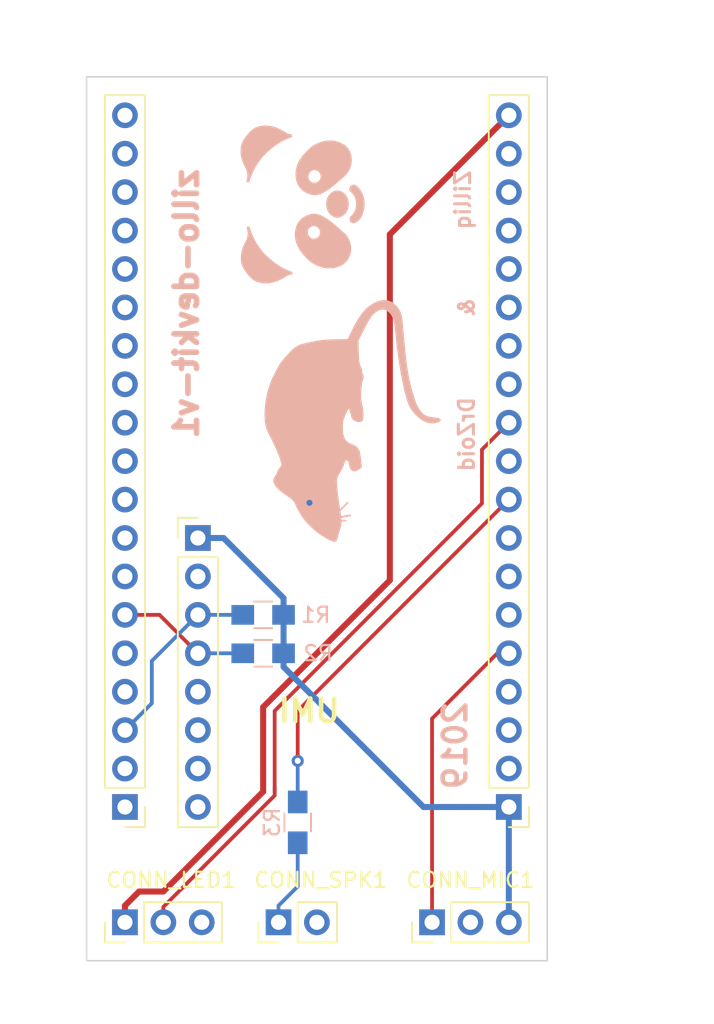
<source format=kicad_pcb>
(kicad_pcb (version 20171130) (host pcbnew "(5.1.4)-1")

  (general
    (thickness 1.6)
    (drawings 10)
    (tracks 52)
    (zones 0)
    (modules 11)
    (nets 10)
  )

  (page A4)
  (layers
    (0 F.Cu signal)
    (31 B.Cu signal hide)
    (32 B.Adhes user hide)
    (33 F.Adhes user hide)
    (34 B.Paste user hide)
    (35 F.Paste user hide)
    (36 B.SilkS user)
    (37 F.SilkS user)
    (38 B.Mask user hide)
    (39 F.Mask user)
    (40 Dwgs.User user hide)
    (41 Cmts.User user hide)
    (42 Eco1.User user)
    (43 Eco2.User user)
    (44 Edge.Cuts user)
    (45 Margin user hide)
    (46 B.CrtYd user hide)
    (47 F.CrtYd user hide)
    (48 B.Fab user hide)
    (49 F.Fab user hide)
  )

  (setup
    (last_trace_width 0.25)
    (user_trace_width 0.4)
    (user_trace_width 0.5)
    (trace_clearance 0.2)
    (zone_clearance 0.508)
    (zone_45_only no)
    (trace_min 0.2)
    (via_size 0.8)
    (via_drill 0.4)
    (via_min_size 0.4)
    (via_min_drill 0.3)
    (uvia_size 0.3)
    (uvia_drill 0.1)
    (uvias_allowed no)
    (uvia_min_size 0.2)
    (uvia_min_drill 0.1)
    (edge_width 0.05)
    (segment_width 0.2)
    (pcb_text_width 0.3)
    (pcb_text_size 1.5 1.5)
    (mod_edge_width 0.12)
    (mod_text_size 1 1)
    (mod_text_width 0.15)
    (pad_size 0.6 0.6)
    (pad_drill 0)
    (pad_to_mask_clearance 0.051)
    (solder_mask_min_width 0.25)
    (aux_axis_origin 0 0)
    (visible_elements 7FFFFFFF)
    (pcbplotparams
      (layerselection 0x010fc_ffffffff)
      (usegerberextensions false)
      (usegerberattributes false)
      (usegerberadvancedattributes false)
      (creategerberjobfile false)
      (excludeedgelayer true)
      (linewidth 0.100000)
      (plotframeref false)
      (viasonmask false)
      (mode 1)
      (useauxorigin false)
      (hpglpennumber 1)
      (hpglpenspeed 20)
      (hpglpendiameter 15.000000)
      (psnegative false)
      (psa4output false)
      (plotreference true)
      (plotvalue true)
      (plotinvisibletext false)
      (padsonsilk false)
      (subtractmaskfromsilk false)
      (outputformat 1)
      (mirror false)
      (drillshape 0)
      (scaleselection 1)
      (outputdirectory "./gerbers"))
  )

  (net 0 "")
  (net 1 3V3)
  (net 2 GND)
  (net 3 SCL)
  (net 4 SDA)
  (net 5 5V)
  (net 6 "Net-(CONN_SPK1-Pad1)")
  (net 7 LEDMATRIX)
  (net 8 MICROPHONE)
  (net 9 SPEAKER)

  (net_class Default "This is the default net class."
    (clearance 0.2)
    (trace_width 0.25)
    (via_dia 0.8)
    (via_drill 0.4)
    (uvia_dia 0.3)
    (uvia_drill 0.1)
    (add_net 3V3)
    (add_net 5V)
    (add_net GND)
    (add_net LEDMATRIX)
    (add_net MICROPHONE)
    (add_net "Net-(CONN_SPK1-Pad1)")
    (add_net SCL)
    (add_net SDA)
    (add_net SPEAKER)
  )

  (module zillo-mini-devkit:LOGO_RAT (layer F.Cu) (tedit 5DE016A2) (tstamp 5DE0136E)
    (at 45.72 63.754 90)
    (fp_text reference REF** (at 0 0.5 90) (layer F.SilkS) hide
      (effects (font (size 1 1) (thickness 0.15)))
    )
    (fp_text value LOGO_RAT (at 0 -0.5 90) (layer F.Fab)
      (effects (font (size 1 1) (thickness 0.15)))
    )
    (fp_poly (pts (xy -5.538 -1.132) (xy -5.449 -1.178) (xy -5.185 -0.755) (xy -5.212 -0.737)
      (xy -5.234 -0.72) (xy -5.257 -0.698) (xy -5.272 -0.681) (xy -5.287 -0.66)
      (xy -5.299 -0.64) (xy -5.308 -0.623) (xy -5.316 -0.606) (xy -5.321 -0.592)
      (xy -5.325 -0.576) (xy -5.328 -0.564) (xy -5.332 -0.545) (xy -5.334 -0.533)
      (xy -5.337 -0.516) (xy -5.338 -0.504) (xy -5.338 -0.489) (xy -5.338 -0.474)
      (xy -5.337 -0.458) (xy -5.334 -0.439) (xy -5.329 -0.416) (xy -5.324 -0.4)
      (xy -5.318 -0.382) (xy -5.309 -0.361) (xy -5.295 -0.336) (xy -5.284 -0.319)
      (xy -5.271 -0.302) (xy -5.258 -0.286) (xy -5.242 -0.271) (xy -5.209 -0.244)
      (xy -5.188 -0.231) (xy -5.171 -0.222) (xy -5.152 -0.214) (xy -5.131 -0.206)
      (xy -5.102 -0.198) (xy -5.055 -0.191) (xy -5.017 -0.191) (xy -4.973 -0.197)
      (xy -4.935 -0.209) (xy -4.902 -0.223) (xy -4.875 -0.239) (xy -4.858 -0.251)
      (xy -4.828 -0.276) (xy -4.797 -0.31) (xy -4.78 -0.335) (xy -4.76 -0.373)
      (xy -4.75 -0.403) (xy -4.745 -0.424) (xy -4.74 -0.451) (xy -4.737 -0.493)
      (xy -4.739 -0.529) (xy -4.748 -0.572) (xy -4.765 -0.618) (xy -4.783 -0.653)
      (xy -4.809 -0.687) (xy -4.821 -0.7) (xy -4.838 -0.716) (xy -4.848 -0.725)
      (xy -4.87 -0.741) (xy -4.893 -0.755) (xy -4.905 -0.761) (xy -4.92 -0.769)
      (xy -4.931 -0.773) (xy -4.95 -0.779) (xy -4.96 -0.782) (xy -4.972 -0.785)
      (xy -4.982 -0.787) (xy -4.995 -0.789) (xy -5.012 -0.791) (xy -5.03 -0.792)
      (xy -5.057 -0.792) (xy -5.082 -0.79) (xy -5.118 -0.784) (xy -5.144 -0.775)
      (xy -5.163 -0.766) (xy -5.178 -0.758) (xy -5.181 -0.756) (xy -5.446 -1.18)
      (xy -5.281 -1.268) (xy -5.061 -1.359) (xy -4.953 -1.421) (xy -4.85 -1.494)
      (xy -4.748 -1.602) (xy -4.627 -1.751) (xy -4.477 -1.963) (xy -4.354 -2.141)
      (xy -4.203 -2.339) (xy -4.084 -2.479) (xy -3.995 -2.57) (xy -3.867 -2.667)
      (xy -3.758 -2.73) (xy -3.653 -2.78) (xy -3.57 -2.792) (xy -3.514 -2.783)
      (xy -3.438 -2.752) (xy -3.322 -2.689) (xy -3.227 -2.618) (xy -3.133 -2.562)
      (xy -3.048 -2.539) (xy -2.949 -2.504) (xy -2.871 -2.457) (xy -2.807 -2.405)
      (xy -2.704 -2.325) (xy -2.634 -2.271) (xy -2.558 -2.26) (xy -2.444 -2.262)
      (xy -2.295 -2.298) (xy -2.023 -2.376) (xy -1.618 -2.535) (xy -1.359 -2.651)
      (xy -0.899 -2.868) (xy -0.469 -3.082) (xy -0.308 -3.163) (xy -0.114 -3.24)
      (xy 0.046 -3.29) (xy 0.225 -3.331) (xy 0.385 -3.351) (xy 0.528 -3.359)
      (xy 0.69 -3.366) (xy 0.8 -3.365) (xy 0.993 -3.363) (xy 1.135 -3.357)
      (xy 1.278 -3.343) (xy 1.497 -3.321) (xy 1.639 -3.301) (xy 1.864 -3.263)
      (xy 2.015 -3.233) (xy 2.212 -3.187) (xy 2.357 -3.148) (xy 2.604 -3.078)
      (xy 2.79 -3.01) (xy 3.089 -2.897) (xy 3.604 -2.642) (xy 4.017 -2.415)
      (xy 4.139 -2.34) (xy 4.406 -2.127) (xy 4.908 -1.678) (xy 5.073 -1.512)
      (xy 5.141 -1.41) (xy 5.221 -1.276) (xy 5.313 -1.111) (xy 5.373 -0.913)
      (xy 5.437 -0.669) (xy 5.519 -0.288) (xy 5.572 -0.001) (xy 5.614 0.302)
      (xy 5.648 0.675) (xy 5.673 1.241) (xy 5.681 2.088) (xy 5.713 2.108)
      (xy 6.21 2.354) (xy 6.613 2.55) (xy 7.101 2.832) (xy 7.337 2.993)
      (xy 7.5 3.117) (xy 7.675 3.276) (xy 7.804 3.404) (xy 7.902 3.536)
      (xy 7.992 3.668) (xy 8.075 3.803) (xy 8.164 3.997) (xy 8.23 4.18)
      (xy 8.256 4.334) (xy 8.261 4.467) (xy 8.253 4.587) (xy 8.229 4.699)
      (xy 8.184 4.825) (xy 8.116 4.943) (xy 8.036 5.057) (xy 7.893 5.22)
      (xy 7.707 5.354) (xy 7.552 5.437) (xy 7.396 5.491) (xy 7.101 5.555)
      (xy 6.744 5.594) (xy 5.63 5.691) (xy 4.822 5.772) (xy 4.469 5.81)
      (xy 4.039 5.862) (xy 3.653 5.919) (xy 3.212 6.002) (xy 2.763 6.1)
      (xy 2.316 6.214) (xy 1.981 6.321) (xy 1.67 6.416) (xy 1.497 6.482)
      (xy 1.308 6.577) (xy 1.137 6.672) (xy 0.99 6.767) (xy 0.879 6.864)
      (xy 0.767 6.972) (xy 0.687 7.082) (xy 0.63 7.206) (xy 0.585 7.315)
      (xy 0.561 7.429) (xy 0.532 7.579) (xy 0.509 7.718) (xy 0.492 7.857)
      (xy 0.483 7.93) (xy 0.476 8.002) (xy 0.469 8.038) (xy 0.455 8.055)
      (xy 0.424 8.083) (xy 0.415 8.085) (xy 0.401 8.067) (xy 0.392 8.041)
      (xy 0.382 8.008) (xy 0.365 7.947) (xy 0.348 7.883) (xy 0.329 7.819)
      (xy 0.311 7.735) (xy 0.31 7.669) (xy 0.307 7.586) (xy 0.317 7.515)
      (xy 0.329 7.442) (xy 0.352 7.345) (xy 0.379 7.266) (xy 0.411 7.183)
      (xy 0.448 7.107) (xy 0.501 7.013) (xy 0.565 6.912) (xy 0.648 6.8)
      (xy 0.744 6.695) (xy 0.813 6.626) (xy 0.912 6.527) (xy 1.043 6.425)
      (xy 1.147 6.342) (xy 1.252 6.276) (xy 1.484 6.152) (xy 1.731 6.069)
      (xy 1.822 6.04) (xy 1.969 5.996) (xy 2.347 5.893) (xy 2.9 5.772)
      (xy 3.568 5.642) (xy 4.475 5.494) (xy 5.185 5.397) (xy 5.635 5.346)
      (xy 5.965 5.317) (xy 6.499 5.26) (xy 6.72 5.234) (xy 6.932 5.187)
      (xy 7.112 5.141) (xy 7.232 5.1) (xy 7.41 5.012) (xy 7.542 4.914)
      (xy 7.621 4.835) (xy 7.699 4.742) (xy 7.766 4.636) (xy 7.811 4.524)
      (xy 7.828 4.43) (xy 7.83 4.341) (xy 7.823 4.256) (xy 7.801 4.156)
      (xy 7.768 4.069) (xy 7.684 3.917) (xy 7.64 3.856) (xy 7.589 3.789)
      (xy 7.554 3.745) (xy 7.502 3.694) (xy 7.417 3.603) (xy 7.341 3.543)
      (xy 7.253 3.486) (xy 7.122 3.399) (xy 6.986 3.315) (xy 6.821 3.223)
      (xy 6.713 3.168) (xy 6.489 3.053) (xy 6.142 2.877) (xy 5.879 2.742)
      (xy 5.729 2.668) (xy 5.704 2.656) (xy 5.686 2.655) (xy 5.355 2.661)
      (xy 4.952 2.67) (xy 4.588 2.686) (xy 4.381 2.697) (xy 4.207 2.727)
      (xy 4.129 2.739) (xy 4.046 2.767) (xy 3.95 2.805) (xy 3.89 2.839)
      (xy 3.824 2.866) (xy 3.761 2.886) (xy 3.669 2.894) (xy 3.572 2.907)
      (xy 3.5 2.917) (xy 3.469 2.934) (xy 3.415 2.969) (xy 3.366 2.984)
      (xy 3.323 2.991) (xy 3.266 2.992) (xy 3.22 2.991) (xy 3.159 2.97)
      (xy 3.113 2.958) (xy 3.037 2.93) (xy 2.944 2.905) (xy 2.816 2.883)
      (xy 2.548 2.853) (xy 2.41 2.846) (xy 2.214 2.832) (xy 2.012 2.829)
      (xy 1.818 2.837) (xy 1.628 2.859) (xy 1.466 2.887) (xy 1.306 2.931)
      (xy 1.199 2.955) (xy 1.078 2.973) (xy 0.946 2.984) (xy 0.789 2.986)
      (xy 0.6 2.984) (xy 0.518 2.975) (xy 0.465 2.961) (xy 0.438 2.945)
      (xy 0.42 2.924) (xy 0.408 2.895) (xy 0.401 2.86) (xy 0.396 2.815)
      (xy 0.395 2.764) (xy 0.4 2.712) (xy 0.409 2.663) (xy 0.433 2.593)
      (xy 0.47 2.526) (xy 0.528 2.446) (xy 0.583 2.405) (xy 0.645 2.378)
      (xy 0.784 2.336) (xy 1.06 2.264) (xy 1.207 2.223) (xy 1.292 2.169)
      (xy 1.335 2.136) (xy 1.348 2.113) (xy 1.326 2.077) (xy 1.272 2.04)
      (xy 1.193 1.999) (xy 1.065 1.925) (xy 0.772 1.78) (xy 0.581 1.707)
      (xy 0.543 1.692) (xy 0.435 1.662) (xy 0.293 1.639) (xy 0.084 1.624)
      (xy -0.07 1.624) (xy -0.356 1.63) (xy -0.501 1.65) (xy -0.623 1.678)
      (xy -0.732 1.72) (xy -0.85 1.77) (xy -0.911 1.803) (xy -0.979 1.854)
      (xy -1.034 1.906) (xy -1.104 1.991) (xy -1.156 2.059) (xy -1.206 2.167)
      (xy -1.249 2.268) (xy -1.301 2.392) (xy -1.335 2.464) (xy -1.371 2.519)
      (xy -1.398 2.558) (xy -1.415 2.579) (xy -1.448 2.611) (xy -1.488 2.641)
      (xy -1.6 2.712) (xy -1.727 2.761) (xy -1.943 2.788) (xy -2.146 2.822)
      (xy -2.41 2.845) (xy -2.572 2.868) (xy -2.605 2.881) (xy -2.633 2.877)
      (xy -2.671 2.855) (xy -2.709 2.807) (xy -2.737 2.771) (xy -2.78 2.717)
      (xy -2.823 2.643) (xy -2.848 2.581) (xy -2.865 2.516) (xy -2.864 2.448)
      (xy -2.832 2.377) (xy -2.784 2.321) (xy -2.733 2.291) (xy -2.667 2.259)
      (xy -2.558 2.235) (xy -2.397 2.204) (xy -2.289 2.17) (xy -2.22 2.12)
      (xy -2.177 2.077) (xy -2.148 2.021) (xy -2.135 1.972) (xy -2.132 1.927)
      (xy -2.141 1.876) (xy -2.15 1.848) (xy -2.167 1.83) (xy -2.19 1.816)
      (xy -2.22 1.797) (xy -2.295 1.769) (xy -2.445 1.716) (xy -2.62 1.649)
      (xy -2.689 1.62) (xy -2.783 1.57) (xy -2.893 1.511) (xy -3.193 1.332)
      (xy -3.304 1.282) (xy -3.489 1.229) (xy -3.647 1.218) (xy -3.752 1.232)
      (xy -3.963 1.247) (xy -4.406 1.288) (xy -4.664 1.322) (xy -4.924 1.356)
      (xy -5.16 1.388) (xy -5.425 1.433) (xy -5.848 1.488) (xy -5.978 1.51)
      (xy -6.181 1.528) (xy -6.342 1.532) (xy -6.454 1.522) (xy -6.546 1.504)
      (xy -6.812 1.428) (xy -7.015 1.368) (xy -7.099 1.339) (xy -7.222 1.305)
      (xy -7.359 1.281) (xy -7.424 1.261) (xy -7.472 1.235) (xy -7.504 1.202)
      (xy -7.516 1.157) (xy -7.518 1.104) (xy -7.485 1.021) (xy -7.428 0.89)
      (xy -7.305 0.653) (xy -7.167 0.422) (xy -6.996 0.178) (xy -6.874 0.016)
      (xy -6.647 -0.244) (xy -6.482 -0.425) (xy -6.25 -0.643) (xy -6.007 -0.839)
      (xy -5.859 -0.942) (xy -5.719 -1.025) (xy -5.619 -1.085)) (layer B.SilkS) (width 0.2))
    (fp_poly (pts (xy -5.538 -1.139) (xy -5.449 -1.185) (xy -5.185 -0.762) (xy -5.212 -0.744)
      (xy -5.234 -0.727) (xy -5.257 -0.705) (xy -5.272 -0.688) (xy -5.287 -0.667)
      (xy -5.299 -0.647) (xy -5.308 -0.63) (xy -5.316 -0.613) (xy -5.321 -0.599)
      (xy -5.325 -0.583) (xy -5.328 -0.571) (xy -5.332 -0.552) (xy -5.334 -0.54)
      (xy -5.337 -0.523) (xy -5.338 -0.511) (xy -5.338 -0.496) (xy -5.338 -0.481)
      (xy -5.337 -0.465) (xy -5.334 -0.446) (xy -5.329 -0.423) (xy -5.324 -0.407)
      (xy -5.318 -0.389) (xy -5.309 -0.368) (xy -5.295 -0.343) (xy -5.284 -0.326)
      (xy -5.271 -0.309) (xy -5.258 -0.293) (xy -5.242 -0.278) (xy -5.209 -0.251)
      (xy -5.188 -0.238) (xy -5.171 -0.229) (xy -5.152 -0.221) (xy -5.131 -0.213)
      (xy -5.102 -0.205) (xy -5.055 -0.198) (xy -5.017 -0.198) (xy -4.973 -0.204)
      (xy -4.935 -0.216) (xy -4.902 -0.23) (xy -4.875 -0.246) (xy -4.858 -0.258)
      (xy -4.828 -0.283) (xy -4.797 -0.317) (xy -4.78 -0.342) (xy -4.76 -0.38)
      (xy -4.75 -0.41) (xy -4.745 -0.431) (xy -4.74 -0.458) (xy -4.737 -0.5)
      (xy -4.739 -0.536) (xy -4.748 -0.579) (xy -4.765 -0.625) (xy -4.783 -0.66)
      (xy -4.809 -0.694) (xy -4.821 -0.707) (xy -4.838 -0.723) (xy -4.848 -0.732)
      (xy -4.87 -0.748) (xy -4.893 -0.762) (xy -4.905 -0.768) (xy -4.92 -0.776)
      (xy -4.931 -0.78) (xy -4.95 -0.786) (xy -4.96 -0.789) (xy -4.972 -0.792)
      (xy -4.982 -0.794) (xy -4.995 -0.796) (xy -5.012 -0.798) (xy -5.03 -0.799)
      (xy -5.057 -0.799) (xy -5.082 -0.797) (xy -5.118 -0.791) (xy -5.144 -0.782)
      (xy -5.163 -0.773) (xy -5.178 -0.765) (xy -5.181 -0.763) (xy -5.446 -1.187)
      (xy -5.281 -1.275) (xy -5.061 -1.366) (xy -4.953 -1.428) (xy -4.85 -1.501)
      (xy -4.748 -1.609) (xy -4.627 -1.758) (xy -4.477 -1.97) (xy -4.354 -2.148)
      (xy -4.203 -2.346) (xy -4.084 -2.486) (xy -3.995 -2.577) (xy -3.867 -2.674)
      (xy -3.758 -2.737) (xy -3.653 -2.787) (xy -3.57 -2.799) (xy -3.514 -2.79)
      (xy -3.438 -2.759) (xy -3.322 -2.696) (xy -3.227 -2.625) (xy -3.133 -2.569)
      (xy -3.048 -2.546) (xy -2.949 -2.511) (xy -2.871 -2.464) (xy -2.807 -2.412)
      (xy -2.704 -2.332) (xy -2.634 -2.278) (xy -2.558 -2.267) (xy -2.444 -2.269)
      (xy -2.295 -2.305) (xy -2.023 -2.383) (xy -1.618 -2.542) (xy -1.359 -2.658)
      (xy -0.899 -2.875) (xy -0.469 -3.089) (xy -0.308 -3.17) (xy -0.114 -3.247)
      (xy 0.046 -3.297) (xy 0.225 -3.338) (xy 0.385 -3.358) (xy 0.528 -3.366)
      (xy 0.69 -3.373) (xy 0.8 -3.372) (xy 0.993 -3.37) (xy 1.135 -3.364)
      (xy 1.278 -3.35) (xy 1.497 -3.328) (xy 1.639 -3.308) (xy 1.864 -3.27)
      (xy 2.015 -3.24) (xy 2.212 -3.194) (xy 2.357 -3.155) (xy 2.604 -3.085)
      (xy 2.79 -3.017) (xy 3.089 -2.904) (xy 3.604 -2.649) (xy 4.017 -2.422)
      (xy 4.139 -2.347) (xy 4.406 -2.134) (xy 4.908 -1.685) (xy 5.073 -1.519)
      (xy 5.141 -1.417) (xy 5.221 -1.283) (xy 5.313 -1.118) (xy 5.373 -0.92)
      (xy 5.437 -0.676) (xy 5.519 -0.295) (xy 5.572 -0.008) (xy 5.614 0.295)
      (xy 5.648 0.668) (xy 5.673 1.234) (xy 5.681 2.081) (xy 5.713 2.101)
      (xy 6.21 2.347) (xy 6.613 2.543) (xy 7.101 2.825) (xy 7.337 2.986)
      (xy 7.5 3.11) (xy 7.675 3.269) (xy 7.804 3.397) (xy 7.902 3.529)
      (xy 7.992 3.661) (xy 8.075 3.796) (xy 8.164 3.99) (xy 8.23 4.173)
      (xy 8.256 4.327) (xy 8.261 4.46) (xy 8.253 4.58) (xy 8.229 4.692)
      (xy 8.184 4.818) (xy 8.116 4.936) (xy 8.036 5.05) (xy 7.893 5.213)
      (xy 7.707 5.347) (xy 7.552 5.43) (xy 7.396 5.484) (xy 7.101 5.548)
      (xy 6.744 5.587) (xy 5.63 5.684) (xy 4.822 5.765) (xy 4.469 5.803)
      (xy 4.039 5.855) (xy 3.653 5.912) (xy 3.212 5.995) (xy 2.763 6.093)
      (xy 2.316 6.207) (xy 1.981 6.314) (xy 1.67 6.409) (xy 1.497 6.475)
      (xy 1.308 6.57) (xy 1.137 6.665) (xy 0.99 6.76) (xy 0.879 6.857)
      (xy 0.767 6.965) (xy 0.687 7.075) (xy 0.63 7.199) (xy 0.585 7.308)
      (xy 0.561 7.422) (xy 0.532 7.572) (xy 0.509 7.711) (xy 0.492 7.85)
      (xy 0.483 7.923) (xy 0.476 7.995) (xy 0.469 8.031) (xy 0.455 8.048)
      (xy 0.424 8.076) (xy 0.415 8.078) (xy 0.401 8.06) (xy 0.392 8.034)
      (xy 0.382 8.001) (xy 0.365 7.94) (xy 0.348 7.876) (xy 0.329 7.812)
      (xy 0.311 7.728) (xy 0.31 7.662) (xy 0.307 7.579) (xy 0.317 7.508)
      (xy 0.329 7.435) (xy 0.352 7.338) (xy 0.379 7.259) (xy 0.411 7.176)
      (xy 0.448 7.1) (xy 0.501 7.006) (xy 0.565 6.905) (xy 0.648 6.793)
      (xy 0.744 6.688) (xy 0.813 6.619) (xy 0.912 6.52) (xy 1.043 6.418)
      (xy 1.147 6.335) (xy 1.252 6.269) (xy 1.484 6.145) (xy 1.731 6.062)
      (xy 1.822 6.033) (xy 1.969 5.989) (xy 2.347 5.886) (xy 2.9 5.765)
      (xy 3.568 5.635) (xy 4.475 5.487) (xy 5.185 5.39) (xy 5.635 5.339)
      (xy 5.965 5.31) (xy 6.499 5.253) (xy 6.72 5.227) (xy 6.932 5.18)
      (xy 7.112 5.134) (xy 7.232 5.093) (xy 7.41 5.005) (xy 7.542 4.907)
      (xy 7.621 4.828) (xy 7.699 4.735) (xy 7.766 4.629) (xy 7.811 4.517)
      (xy 7.828 4.423) (xy 7.83 4.334) (xy 7.823 4.249) (xy 7.801 4.149)
      (xy 7.768 4.062) (xy 7.684 3.91) (xy 7.64 3.849) (xy 7.589 3.782)
      (xy 7.554 3.738) (xy 7.502 3.687) (xy 7.417 3.596) (xy 7.341 3.536)
      (xy 7.253 3.479) (xy 7.122 3.392) (xy 6.986 3.308) (xy 6.821 3.216)
      (xy 6.713 3.161) (xy 6.489 3.046) (xy 6.142 2.87) (xy 5.879 2.735)
      (xy 5.729 2.661) (xy 5.704 2.649) (xy 5.686 2.648) (xy 5.355 2.654)
      (xy 4.952 2.663) (xy 4.588 2.679) (xy 4.381 2.69) (xy 4.207 2.72)
      (xy 4.129 2.732) (xy 4.046 2.76) (xy 3.95 2.798) (xy 3.89 2.832)
      (xy 3.824 2.859) (xy 3.761 2.879) (xy 3.669 2.887) (xy 3.572 2.9)
      (xy 3.5 2.91) (xy 3.469 2.927) (xy 3.415 2.962) (xy 3.366 2.977)
      (xy 3.323 2.984) (xy 3.266 2.985) (xy 3.22 2.984) (xy 3.159 2.963)
      (xy 3.113 2.951) (xy 3.037 2.923) (xy 2.944 2.898) (xy 2.816 2.876)
      (xy 2.548 2.846) (xy 2.41 2.839) (xy 2.214 2.825) (xy 2.012 2.822)
      (xy 1.818 2.83) (xy 1.628 2.852) (xy 1.466 2.88) (xy 1.306 2.924)
      (xy 1.199 2.948) (xy 1.078 2.966) (xy 0.946 2.977) (xy 0.789 2.979)
      (xy 0.6 2.977) (xy 0.518 2.968) (xy 0.465 2.954) (xy 0.438 2.938)
      (xy 0.42 2.917) (xy 0.408 2.888) (xy 0.401 2.853) (xy 0.396 2.808)
      (xy 0.395 2.757) (xy 0.4 2.705) (xy 0.409 2.656) (xy 0.433 2.586)
      (xy 0.47 2.519) (xy 0.528 2.439) (xy 0.583 2.398) (xy 0.645 2.371)
      (xy 0.784 2.329) (xy 1.06 2.257) (xy 1.207 2.216) (xy 1.292 2.162)
      (xy 1.335 2.129) (xy 1.348 2.106) (xy 1.326 2.07) (xy 1.272 2.033)
      (xy 1.193 1.992) (xy 1.065 1.918) (xy 0.772 1.773) (xy 0.581 1.7)
      (xy 0.543 1.685) (xy 0.435 1.655) (xy 0.293 1.632) (xy 0.084 1.617)
      (xy -0.07 1.617) (xy -0.356 1.623) (xy -0.501 1.643) (xy -0.623 1.671)
      (xy -0.732 1.713) (xy -0.85 1.763) (xy -0.911 1.796) (xy -0.979 1.847)
      (xy -1.034 1.899) (xy -1.104 1.984) (xy -1.156 2.052) (xy -1.206 2.16)
      (xy -1.249 2.261) (xy -1.301 2.385) (xy -1.335 2.457) (xy -1.371 2.512)
      (xy -1.398 2.551) (xy -1.415 2.572) (xy -1.448 2.604) (xy -1.488 2.634)
      (xy -1.6 2.705) (xy -1.727 2.754) (xy -1.943 2.781) (xy -2.146 2.815)
      (xy -2.41 2.838) (xy -2.572 2.861) (xy -2.605 2.874) (xy -2.633 2.87)
      (xy -2.671 2.848) (xy -2.709 2.8) (xy -2.737 2.764) (xy -2.78 2.71)
      (xy -2.823 2.636) (xy -2.848 2.574) (xy -2.865 2.509) (xy -2.864 2.441)
      (xy -2.832 2.37) (xy -2.784 2.314) (xy -2.733 2.284) (xy -2.667 2.252)
      (xy -2.558 2.228) (xy -2.397 2.197) (xy -2.289 2.163) (xy -2.22 2.113)
      (xy -2.177 2.07) (xy -2.148 2.014) (xy -2.135 1.965) (xy -2.132 1.92)
      (xy -2.141 1.869) (xy -2.15 1.841) (xy -2.167 1.823) (xy -2.19 1.809)
      (xy -2.22 1.79) (xy -2.295 1.762) (xy -2.445 1.709) (xy -2.62 1.642)
      (xy -2.689 1.613) (xy -2.783 1.563) (xy -2.893 1.504) (xy -3.193 1.325)
      (xy -3.304 1.275) (xy -3.489 1.222) (xy -3.647 1.211) (xy -3.752 1.225)
      (xy -3.963 1.24) (xy -4.406 1.281) (xy -4.664 1.315) (xy -4.924 1.349)
      (xy -5.16 1.381) (xy -5.425 1.426) (xy -5.848 1.481) (xy -5.978 1.503)
      (xy -6.181 1.521) (xy -6.342 1.525) (xy -6.454 1.515) (xy -6.546 1.497)
      (xy -6.812 1.421) (xy -7.015 1.361) (xy -7.099 1.332) (xy -7.222 1.298)
      (xy -7.359 1.274) (xy -7.424 1.254) (xy -7.472 1.228) (xy -7.504 1.195)
      (xy -7.516 1.15) (xy -7.518 1.097) (xy -7.485 1.014) (xy -7.428 0.883)
      (xy -7.305 0.646) (xy -7.167 0.415) (xy -6.996 0.171) (xy -6.874 0.009)
      (xy -6.647 -0.251) (xy -6.482 -0.432) (xy -6.25 -0.65) (xy -6.007 -0.846)
      (xy -5.859 -0.949) (xy -5.719 -1.032) (xy -5.619 -1.092)) (layer B.Cu) (width 0.1))
    (fp_line (start -5.0292 2.032) (end -5.7404 1.3208) (layer B.SilkS) (width 0.12))
    (fp_line (start -5.8674 2.2098) (end -6.0198 1.397) (layer B.SilkS) (width 0.12))
    (fp_line (start -6.223 1.905) (end -6.223 1.4478) (layer B.SilkS) (width 0.12))
    (fp_line (start -6.038198 1.33696) (end -5.887008 2.206305) (layer B.SilkS) (width 0.05))
    (fp_line (start -5.660222 1.425154) (end -5.042861 2.029916) (layer B.SilkS) (width 0.05))
    (fp_line (start -6.232877 1.441073) (end -6.232877 1.90434) (layer B.SilkS) (width 0.05))
    (pad 1 smd circle (at -5.047 -0.527 90) (size 0.6 0.6) (layers B.Cu B.Mask)
      (solder_mask_margin 0.2) (solder_paste_margin -0.2))
  )

  (module zillo-mini-devkit:LOGO_PANDA (layer F.Cu) (tedit 5DE00EA2) (tstamp 5DE042DF)
    (at 45.466 49.022 90)
    (fp_text reference REF** (at 0 -2.286 270) (layer B.SilkS) hide
      (effects (font (size 1 1) (thickness 0.15)) (justify mirror))
    )
    (fp_text value LOGO_PANDA (at 0 -0.6524 270) (layer B.Fab)
      (effects (font (size 1 1) (thickness 0.15)) (justify mirror))
    )
    (fp_poly (pts (xy -4.593 -1.447) (xy -4.563 -1.507) (xy -4.513 -1.647) (xy -4.483 -1.717)
      (xy -4.453 -1.787) (xy -4.423 -1.847) (xy -4.393 -1.907) (xy -4.363 -1.967)
      (xy -4.333 -2.027) (xy -4.283 -2.117) (xy -4.243 -2.197) (xy -4.143 -2.347)
      (xy -3.953 -2.627) (xy -3.633 -3.017) (xy -3.293 -3.357) (xy -3.193 -3.437)
      (xy -3.013 -3.577) (xy -2.903 -3.657) (xy -2.703 -3.797) (xy -2.523 -3.897)
      (xy -2.353 -3.987) (xy -2.113 -4.097) (xy -1.953 -4.167) (xy -1.813 -4.217)
      (xy -1.703 -4.247) (xy -1.593 -4.287) (xy -1.663 -4.267) (xy -1.763 -4.247)
      (xy -1.823 -4.237) (xy -1.873 -4.227) (xy -1.953 -4.227) (xy -2.113 -4.237)
      (xy -2.243 -4.267) (xy -2.353 -4.297) (xy -2.513 -4.357) (xy -2.643 -4.427)
      (xy -2.693 -4.457) (xy -2.773 -4.497) (xy -2.843 -4.527) (xy -2.923 -4.557)
      (xy -3.043 -4.597) (xy -3.113 -4.617) (xy -3.223 -4.647) (xy -3.303 -4.657)
      (xy -3.403 -4.667) (xy -3.503 -4.677) (xy -3.653 -4.677) (xy -3.763 -4.667)
      (xy -3.913 -4.647) (xy -4.023 -4.617) (xy -4.123 -4.577) (xy -4.323 -4.467)
      (xy -4.563 -4.297) (xy -4.813 -4.077) (xy -4.943 -3.927) (xy -5.023 -3.807)
      (xy -5.053 -3.747) (xy -5.113 -3.567) (xy -5.153 -3.357) (xy -5.173 -3.197)
      (xy -5.173 -3.047) (xy -5.153 -2.877) (xy -5.123 -2.707) (xy -5.083 -2.567)
      (xy -5.043 -2.437) (xy -4.973 -2.277) (xy -4.913 -2.147) (xy -4.853 -2.037)
      (xy -4.803 -1.937) (xy -4.743 -1.847) (xy -4.693 -1.767) (xy -4.653 -1.707)
      (xy -4.633 -1.657) (xy -4.623 -1.617) (xy -4.603 -1.547) (xy -4.593 -1.487)) (layer B.SilkS) (width 0.2))
    (fp_poly (pts (xy -1.217 1.077) (xy -1.66 0.501) (xy -1.642 0.493) (xy -1.601 0.464)
      (xy -1.566 0.438) (xy -1.532 0.405) (xy -1.487 0.35) (xy -1.437 0.262)
      (xy -1.411 0.195) (xy -1.394 0.141) (xy -1.388 0.067) (xy -1.388 -0.02)
      (xy -1.407 -0.108) (xy -1.44 -0.186) (xy -1.499 -0.265) (xy -1.538 -0.302)
      (xy -1.603 -0.36) (xy -1.649 -0.39) (xy -1.708 -0.414) (xy -1.771 -0.433)
      (xy -1.876 -0.445) (xy -1.978 -0.437) (xy -2.092 -0.402) (xy -2.183 -0.355)
      (xy -2.267 -0.289) (xy -2.324 -0.223) (xy -2.365 -0.163) (xy -2.395 -0.092)
      (xy -2.404 -0.057) (xy -2.411 -0.014) (xy -2.411 0.023) (xy -2.411 0.047)
      (xy -2.405 0.109) (xy -2.401 0.147) (xy -2.389 0.188) (xy -2.373 0.237)
      (xy -2.354 0.282) (xy -2.336 0.315) (xy -2.306 0.361) (xy -2.277 0.393)
      (xy -2.245 0.425) (xy -2.206 0.457) (xy -2.174 0.476) (xy -2.131 0.501)
      (xy -2.109 0.513) (xy -2.079 0.526) (xy -2.041 0.538) (xy -2.003 0.547)
      (xy -1.97 0.552) (xy -1.937 0.556) (xy -1.909 0.557) (xy -1.858 0.557)
      (xy -1.841 0.556) (xy -1.801 0.551) (xy -1.772 0.545) (xy -1.734 0.535)
      (xy -1.707 0.526) (xy -1.664 0.503) (xy -1.222 1.082) (xy -1.413 1.328)
      (xy -1.774 1.741) (xy -1.921 1.91) (xy -2.003 2) (xy -2.048 2.051)
      (xy -2.087 2.087) (xy -2.189 2.168) (xy -2.252 2.21) (xy -2.379 2.281)
      (xy -2.474 2.323) (xy -2.56 2.355) (xy -2.656 2.383) (xy -2.76 2.406)
      (xy -2.904 2.422) (xy -2.998 2.422) (xy -3.107 2.416) (xy -3.211 2.403)
      (xy -3.271 2.389) (xy -3.364 2.365) (xy -3.483 2.317) (xy -3.573 2.275)
      (xy -3.649 2.228) (xy -3.71 2.185) (xy -3.795 2.111) (xy -3.852 2.05)
      (xy -3.888 2.007) (xy -3.925 1.955) (xy -3.982 1.863) (xy -4.039 1.75)
      (xy -4.083 1.643) (xy -4.13 1.496) (xy -4.166 1.339) (xy -4.179 1.166)
      (xy -4.179 0.987) (xy -4.161 0.809) (xy -4.133 0.656) (xy -4.094 0.527)
      (xy -4.048 0.386) (xy -3.972 0.213) (xy -3.885 0.054) (xy -3.81 -0.06)
      (xy -3.694 -0.204) (xy -3.586 -0.318) (xy -3.53 -0.368) (xy -3.362 -0.531)
      (xy -3.257 -0.621) (xy -3.147 -0.704) (xy -2.947 -0.842) (xy -2.765 -0.939)
      (xy -2.653 -0.986) (xy -2.55 -1.023) (xy -2.437 -1.055) (xy -2.36 -1.072)
      (xy -2.288 -1.084) (xy -2.216 -1.096) (xy -2.136 -1.105) (xy -2.043 -1.106)
      (xy -1.969 -1.105) (xy -1.885 -1.096) (xy -1.84 -1.09) (xy -1.805 -1.085)
      (xy -1.669 -1.057) (xy -1.547 -1.026) (xy -1.458 -0.993) (xy -1.377 -0.954)
      (xy -1.3 -0.906) (xy -1.238 -0.861) (xy -1.168 -0.808) (xy -1.102 -0.745)
      (xy -1.057 -0.702) (xy -1 -0.625) (xy -0.975 -0.587) (xy -0.945 -0.537)
      (xy -0.915 -0.482) (xy -0.88 -0.413) (xy -0.846 -0.339) (xy -0.823 -0.276)
      (xy -0.805 -0.221) (xy -0.791 -0.166) (xy -0.776 -0.091) (xy -0.771 -0.041)
      (xy -0.765 0.058) (xy -0.766 0.102) (xy -0.771 0.176) (xy -0.781 0.254)
      (xy -0.801 0.335) (xy -0.824 0.408) (xy -0.862 0.498) (xy -0.945 0.656)
      (xy -0.998 0.75) (xy -1.1 0.914) (xy -1.188 1.038)) (layer B.SilkS) (width 0.2))
    (fp_poly (pts (xy -0.012 0.963) (xy 0.035 0.965) (xy 0.127 0.977) (xy 0.212 0.992)
      (xy 0.287 1.014) (xy 0.347 1.035) (xy 0.413 1.067) (xy 0.481 1.106)
      (xy 0.526 1.138) (xy 0.576 1.182) (xy 0.617 1.221) (xy 0.657 1.269)
      (xy 0.686 1.312) (xy 0.717 1.368) (xy 0.734 1.405) (xy 0.751 1.446)
      (xy 0.767 1.502) (xy 0.774 1.561) (xy 0.775 1.62) (xy 0.773 1.668)
      (xy 0.764 1.729) (xy 0.723 1.845) (xy 0.676 1.923) (xy 0.596 2.017)
      (xy 0.553 2.058) (xy 0.479 2.116) (xy 0.406 2.159) (xy 0.348 2.187)
      (xy 0.299 2.207) (xy 0.209 2.237) (xy 0.143 2.249) (xy 0.067 2.259)
      (xy 0.002 2.262) (xy -0.057 2.261) (xy -0.129 2.256) (xy -0.188 2.249)
      (xy -0.234 2.239) (xy -0.288 2.225) (xy -0.344 2.208) (xy -0.408 2.181)
      (xy -0.448 2.162) (xy -0.48 2.143) (xy -0.505 2.129) (xy -0.535 2.11)
      (xy -0.576 2.081) (xy -0.61 2.053) (xy -0.637 2.027) (xy -0.654 2.011)
      (xy -0.686 1.974) (xy -0.721 1.927) (xy -0.738 1.899) (xy -0.754 1.872)
      (xy -0.775 1.83) (xy -0.791 1.794) (xy -0.806 1.752) (xy -0.816 1.721)
      (xy -0.825 1.677) (xy -0.831 1.619) (xy -0.829 1.575) (xy -0.818 1.492)
      (xy -0.801 1.446) (xy -0.782 1.4) (xy -0.763 1.359) (xy -0.733 1.309)
      (xy -0.696 1.259) (xy -0.66 1.216) (xy -0.633 1.188) (xy -0.6 1.159)
      (xy -0.573 1.139) (xy -0.541 1.115) (xy -0.513 1.097) (xy -0.47 1.071)
      (xy -0.422 1.049) (xy -0.39 1.036) (xy -0.357 1.023) (xy -0.317 1.01)
      (xy -0.273 0.997) (xy -0.21 0.983) (xy -0.163 0.975) (xy -0.115 0.969)
      (xy -0.046 0.963)) (layer B.SilkS) (width 0.2))
    (fp_poly (pts (xy 1.116 1.119) (xy 1.559 0.543) (xy 1.541 0.535) (xy 1.5 0.506)
      (xy 1.465 0.48) (xy 1.431 0.447) (xy 1.386 0.392) (xy 1.336 0.304)
      (xy 1.31 0.237) (xy 1.293 0.183) (xy 1.287 0.109) (xy 1.287 0.022)
      (xy 1.306 -0.066) (xy 1.339 -0.144) (xy 1.398 -0.223) (xy 1.437 -0.26)
      (xy 1.502 -0.318) (xy 1.548 -0.348) (xy 1.607 -0.372) (xy 1.67 -0.391)
      (xy 1.775 -0.403) (xy 1.877 -0.395) (xy 1.991 -0.36) (xy 2.082 -0.313)
      (xy 2.166 -0.247) (xy 2.223 -0.181) (xy 2.264 -0.121) (xy 2.294 -0.05)
      (xy 2.303 -0.015) (xy 2.31 0.028) (xy 2.31 0.065) (xy 2.31 0.089)
      (xy 2.304 0.151) (xy 2.3 0.189) (xy 2.288 0.23) (xy 2.272 0.279)
      (xy 2.253 0.324) (xy 2.235 0.357) (xy 2.205 0.403) (xy 2.176 0.435)
      (xy 2.144 0.467) (xy 2.105 0.499) (xy 2.073 0.518) (xy 2.03 0.543)
      (xy 2.008 0.555) (xy 1.978 0.568) (xy 1.94 0.58) (xy 1.902 0.589)
      (xy 1.869 0.594) (xy 1.836 0.598) (xy 1.808 0.599) (xy 1.757 0.599)
      (xy 1.74 0.598) (xy 1.7 0.593) (xy 1.671 0.587) (xy 1.633 0.577)
      (xy 1.606 0.568) (xy 1.563 0.545) (xy 1.121 1.124) (xy 1.312 1.37)
      (xy 1.673 1.783) (xy 1.82 1.952) (xy 1.902 2.042) (xy 1.947 2.093)
      (xy 1.986 2.129) (xy 2.088 2.21) (xy 2.151 2.252) (xy 2.278 2.323)
      (xy 2.373 2.365) (xy 2.459 2.397) (xy 2.555 2.425) (xy 2.659 2.448)
      (xy 2.803 2.464) (xy 2.897 2.464) (xy 3.006 2.458) (xy 3.11 2.445)
      (xy 3.17 2.431) (xy 3.263 2.407) (xy 3.382 2.359) (xy 3.472 2.317)
      (xy 3.548 2.27) (xy 3.609 2.227) (xy 3.694 2.153) (xy 3.751 2.092)
      (xy 3.787 2.049) (xy 3.824 1.997) (xy 3.881 1.905) (xy 3.938 1.792)
      (xy 3.982 1.685) (xy 4.029 1.538) (xy 4.065 1.381) (xy 4.078 1.208)
      (xy 4.078 1.029) (xy 4.06 0.851) (xy 4.032 0.698) (xy 3.993 0.569)
      (xy 3.947 0.428) (xy 3.871 0.255) (xy 3.784 0.096) (xy 3.709 -0.018)
      (xy 3.593 -0.162) (xy 3.485 -0.276) (xy 3.429 -0.326) (xy 3.261 -0.489)
      (xy 3.156 -0.579) (xy 3.046 -0.662) (xy 2.846 -0.8) (xy 2.664 -0.897)
      (xy 2.552 -0.944) (xy 2.449 -0.981) (xy 2.336 -1.013) (xy 2.259 -1.03)
      (xy 2.187 -1.042) (xy 2.115 -1.054) (xy 2.035 -1.063) (xy 1.942 -1.064)
      (xy 1.868 -1.063) (xy 1.784 -1.054) (xy 1.739 -1.048) (xy 1.704 -1.043)
      (xy 1.568 -1.015) (xy 1.446 -0.984) (xy 1.357 -0.951) (xy 1.276 -0.912)
      (xy 1.199 -0.864) (xy 1.137 -0.819) (xy 1.067 -0.766) (xy 1.001 -0.703)
      (xy 0.956 -0.66) (xy 0.899 -0.583) (xy 0.874 -0.545) (xy 0.844 -0.495)
      (xy 0.814 -0.44) (xy 0.779 -0.371) (xy 0.745 -0.297) (xy 0.722 -0.234)
      (xy 0.704 -0.179) (xy 0.69 -0.124) (xy 0.675 -0.049) (xy 0.67 0.001)
      (xy 0.664 0.1) (xy 0.665 0.144) (xy 0.67 0.218) (xy 0.68 0.296)
      (xy 0.7 0.377) (xy 0.723 0.45) (xy 0.761 0.54) (xy 0.844 0.698)
      (xy 0.897 0.792) (xy 0.999 0.956) (xy 1.087 1.08)) (layer B.SilkS) (width 0.2))
    (fp_poly (pts (xy 4.487 -1.467) (xy 4.457 -1.527) (xy 4.407 -1.667) (xy 4.377 -1.737)
      (xy 4.347 -1.807) (xy 4.317 -1.867) (xy 4.287 -1.927) (xy 4.257 -1.987)
      (xy 4.227 -2.047) (xy 4.177 -2.137) (xy 4.137 -2.217) (xy 4.037 -2.367)
      (xy 3.847 -2.647) (xy 3.527 -3.037) (xy 3.187 -3.377) (xy 3.087 -3.457)
      (xy 2.907 -3.597) (xy 2.797 -3.677) (xy 2.597 -3.817) (xy 2.417 -3.917)
      (xy 2.247 -4.007) (xy 2.007 -4.117) (xy 1.847 -4.187) (xy 1.707 -4.237)
      (xy 1.597 -4.267) (xy 1.487 -4.307) (xy 1.557 -4.287) (xy 1.657 -4.267)
      (xy 1.717 -4.257) (xy 1.767 -4.247) (xy 1.847 -4.247) (xy 2.007 -4.257)
      (xy 2.137 -4.287) (xy 2.247 -4.317) (xy 2.407 -4.377) (xy 2.537 -4.447)
      (xy 2.587 -4.477) (xy 2.667 -4.517) (xy 2.737 -4.547) (xy 2.817 -4.577)
      (xy 2.937 -4.617) (xy 3.007 -4.637) (xy 3.117 -4.667) (xy 3.197 -4.677)
      (xy 3.297 -4.687) (xy 3.397 -4.697) (xy 3.547 -4.697) (xy 3.657 -4.687)
      (xy 3.807 -4.667) (xy 3.917 -4.637) (xy 4.017 -4.597) (xy 4.217 -4.487)
      (xy 4.457 -4.317) (xy 4.707 -4.097) (xy 4.837 -3.947) (xy 4.917 -3.827)
      (xy 4.947 -3.767) (xy 5.007 -3.587) (xy 5.047 -3.377) (xy 5.067 -3.217)
      (xy 5.067 -3.067) (xy 5.047 -2.897) (xy 5.017 -2.727) (xy 4.977 -2.587)
      (xy 4.937 -2.457) (xy 4.867 -2.297) (xy 4.807 -2.167) (xy 4.747 -2.057)
      (xy 4.697 -1.957) (xy 4.637 -1.867) (xy 4.587 -1.787) (xy 4.547 -1.727)
      (xy 4.527 -1.677) (xy 4.517 -1.637) (xy 4.497 -1.567) (xy 4.487 -1.507)) (layer B.SilkS) (width 0.2))
    (fp_poly (pts (xy -0.012 2.943) (xy 0.066 2.942) (xy 0.191 2.925) (xy 0.341 2.89)
      (xy 0.448 2.854) (xy 0.547 2.806) (xy 0.584 2.783) (xy 0.673 2.724)
      (xy 0.763 2.648) (xy 0.813 2.597) (xy 0.839 2.562) (xy 0.874 2.528)
      (xy 0.901 2.512) (xy 0.919 2.505) (xy 0.943 2.501) (xy 0.97 2.499)
      (xy 0.993 2.501) (xy 1.032 2.51) (xy 1.06 2.523) (xy 1.084 2.536)
      (xy 1.108 2.553) (xy 1.123 2.573) (xy 1.141 2.601) (xy 1.152 2.622)
      (xy 1.16 2.642) (xy 1.165 2.671) (xy 1.166 2.692) (xy 1.164 2.716)
      (xy 1.155 2.747) (xy 1.144 2.767) (xy 1.123 2.801) (xy 1.096 2.832)
      (xy 1.067 2.864) (xy 1.041 2.891) (xy 0.99 2.94) (xy 0.966 2.961)
      (xy 0.898 3.016) (xy 0.831 3.064) (xy 0.792 3.09) (xy 0.712 3.135)
      (xy 0.645 3.168) (xy 0.561 3.204) (xy 0.488 3.23) (xy 0.381 3.261)
      (xy 0.31 3.277) (xy 0.238 3.291) (xy 0.18 3.298) (xy 0.103 3.306)
      (xy 0.041 3.31) (xy -0.068 3.311) (xy -0.141 3.307) (xy -0.202 3.301)
      (xy -0.266 3.293) (xy -0.331 3.281) (xy -0.4 3.267) (xy -0.535 3.23)
      (xy -0.637 3.196) (xy -0.699 3.175) (xy -0.74 3.159) (xy -0.778 3.145)
      (xy -0.842 3.115) (xy -0.912 3.076) (xy -0.966 3.037) (xy -1.026 2.972)
      (xy -1.098 2.891) (xy -1.14 2.827) (xy -1.155 2.797) (xy -1.172 2.762)
      (xy -1.184 2.721) (xy -1.193 2.667) (xy -1.194 2.638) (xy -1.19 2.606)
      (xy -1.179 2.583) (xy -1.159 2.561) (xy -1.121 2.537) (xy -1.08 2.526)
      (xy -1.032 2.524) (xy -0.975 2.524) (xy -0.94 2.526) (xy -0.9215 2.536)
      (xy -0.9 2.561) (xy -0.863 2.609) (xy -0.786 2.68) (xy -0.697 2.746)
      (xy -0.545 2.83) (xy -0.382 2.895) (xy -0.327 2.909) (xy -0.235 2.928)
      (xy -0.124 2.939) (xy 0.005 2.943) (xy -0.002 2.945) (xy -0.01 2.948)
      (xy -0.011 2.945)) (layer B.SilkS) (width 0.2))
    (fp_poly (pts (xy 4.5 -1.48) (xy 4.47 -1.54) (xy 4.42 -1.68) (xy 4.39 -1.75)
      (xy 4.36 -1.82) (xy 4.33 -1.88) (xy 4.3 -1.94) (xy 4.27 -2)
      (xy 4.24 -2.06) (xy 4.19 -2.15) (xy 4.15 -2.23) (xy 4.05 -2.38)
      (xy 3.86 -2.66) (xy 3.54 -3.05) (xy 3.2 -3.39) (xy 3.1 -3.47)
      (xy 2.92 -3.61) (xy 2.81 -3.69) (xy 2.61 -3.83) (xy 2.43 -3.93)
      (xy 2.26 -4.02) (xy 2.02 -4.13) (xy 1.86 -4.2) (xy 1.72 -4.25)
      (xy 1.61 -4.28) (xy 1.5 -4.32) (xy 1.57 -4.3) (xy 1.67 -4.28)
      (xy 1.73 -4.27) (xy 1.78 -4.26) (xy 1.86 -4.26) (xy 2.02 -4.27)
      (xy 2.15 -4.3) (xy 2.26 -4.33) (xy 2.42 -4.39) (xy 2.55 -4.46)
      (xy 2.6 -4.49) (xy 2.68 -4.53) (xy 2.75 -4.56) (xy 2.83 -4.59)
      (xy 2.95 -4.63) (xy 3.02 -4.65) (xy 3.13 -4.68) (xy 3.21 -4.69)
      (xy 3.31 -4.7) (xy 3.41 -4.71) (xy 3.56 -4.71) (xy 3.67 -4.7)
      (xy 3.82 -4.68) (xy 3.93 -4.65) (xy 4.03 -4.61) (xy 4.23 -4.5)
      (xy 4.47 -4.33) (xy 4.72 -4.11) (xy 4.85 -3.96) (xy 4.93 -3.84)
      (xy 4.96 -3.78) (xy 5.02 -3.6) (xy 5.06 -3.39) (xy 5.08 -3.23)
      (xy 5.08 -3.08) (xy 5.06 -2.91) (xy 5.03 -2.74) (xy 4.99 -2.6)
      (xy 4.95 -2.47) (xy 4.88 -2.31) (xy 4.82 -2.18) (xy 4.76 -2.07)
      (xy 4.71 -1.97) (xy 4.65 -1.88) (xy 4.6 -1.8) (xy 4.56 -1.74)
      (xy 4.54 -1.69) (xy 4.53 -1.65) (xy 4.51 -1.58) (xy 4.5 -1.52)) (layer B.Cu) (width 0.1))
    (fp_poly (pts (xy 0.001 0.95) (xy 0.048 0.952) (xy 0.14 0.964) (xy 0.225 0.979)
      (xy 0.3 1.001) (xy 0.36 1.022) (xy 0.426 1.054) (xy 0.494 1.093)
      (xy 0.539 1.125) (xy 0.589 1.169) (xy 0.63 1.208) (xy 0.67 1.256)
      (xy 0.699 1.299) (xy 0.73 1.355) (xy 0.747 1.392) (xy 0.764 1.433)
      (xy 0.78 1.489) (xy 0.787 1.548) (xy 0.788 1.607) (xy 0.786 1.655)
      (xy 0.777 1.716) (xy 0.736 1.832) (xy 0.689 1.91) (xy 0.609 2.004)
      (xy 0.566 2.045) (xy 0.492 2.103) (xy 0.419 2.146) (xy 0.361 2.174)
      (xy 0.312 2.194) (xy 0.222 2.224) (xy 0.156 2.236) (xy 0.08 2.246)
      (xy 0.015 2.249) (xy -0.044 2.248) (xy -0.116 2.243) (xy -0.175 2.236)
      (xy -0.221 2.226) (xy -0.275 2.212) (xy -0.331 2.195) (xy -0.395 2.168)
      (xy -0.435 2.149) (xy -0.467 2.13) (xy -0.492 2.116) (xy -0.522 2.097)
      (xy -0.563 2.068) (xy -0.597 2.04) (xy -0.624 2.014) (xy -0.641 1.998)
      (xy -0.673 1.961) (xy -0.708 1.914) (xy -0.725 1.886) (xy -0.741 1.859)
      (xy -0.762 1.817) (xy -0.778 1.781) (xy -0.793 1.739) (xy -0.803 1.708)
      (xy -0.812 1.664) (xy -0.818 1.606) (xy -0.816 1.562) (xy -0.805 1.479)
      (xy -0.788 1.433) (xy -0.769 1.387) (xy -0.75 1.346) (xy -0.72 1.296)
      (xy -0.683 1.246) (xy -0.647 1.203) (xy -0.62 1.175) (xy -0.587 1.146)
      (xy -0.56 1.126) (xy -0.528 1.102) (xy -0.5 1.084) (xy -0.457 1.058)
      (xy -0.409 1.036) (xy -0.377 1.023) (xy -0.344 1.01) (xy -0.304 0.997)
      (xy -0.26 0.984) (xy -0.197 0.97) (xy -0.15 0.962) (xy -0.102 0.956)
      (xy -0.033 0.95)) (layer B.Cu) (width 0.1))
    (fp_poly (pts (xy -1.204 1.064) (xy -1.647 0.488) (xy -1.629 0.48) (xy -1.588 0.451)
      (xy -1.553 0.425) (xy -1.519 0.392) (xy -1.474 0.337) (xy -1.424 0.249)
      (xy -1.398 0.182) (xy -1.381 0.128) (xy -1.375 0.054) (xy -1.375 -0.033)
      (xy -1.394 -0.121) (xy -1.427 -0.199) (xy -1.486 -0.278) (xy -1.525 -0.315)
      (xy -1.59 -0.373) (xy -1.636 -0.403) (xy -1.695 -0.427) (xy -1.758 -0.446)
      (xy -1.863 -0.458) (xy -1.965 -0.45) (xy -2.079 -0.415) (xy -2.17 -0.368)
      (xy -2.254 -0.302) (xy -2.311 -0.236) (xy -2.352 -0.176) (xy -2.382 -0.105)
      (xy -2.391 -0.07) (xy -2.398 -0.027) (xy -2.398 0.01) (xy -2.398 0.034)
      (xy -2.392 0.096) (xy -2.388 0.134) (xy -2.376 0.175) (xy -2.36 0.224)
      (xy -2.341 0.269) (xy -2.323 0.302) (xy -2.293 0.348) (xy -2.264 0.38)
      (xy -2.232 0.412) (xy -2.193 0.444) (xy -2.161 0.463) (xy -2.118 0.488)
      (xy -2.096 0.5) (xy -2.066 0.513) (xy -2.028 0.525) (xy -1.99 0.534)
      (xy -1.957 0.539) (xy -1.924 0.543) (xy -1.896 0.544) (xy -1.845 0.544)
      (xy -1.828 0.543) (xy -1.788 0.538) (xy -1.759 0.532) (xy -1.721 0.522)
      (xy -1.694 0.513) (xy -1.651 0.49) (xy -1.209 1.069) (xy -1.4 1.315)
      (xy -1.761 1.728) (xy -1.908 1.897) (xy -1.99 1.987) (xy -2.035 2.038)
      (xy -2.074 2.074) (xy -2.176 2.155) (xy -2.239 2.197) (xy -2.366 2.268)
      (xy -2.461 2.31) (xy -2.547 2.342) (xy -2.643 2.37) (xy -2.747 2.393)
      (xy -2.891 2.409) (xy -2.985 2.409) (xy -3.094 2.403) (xy -3.198 2.39)
      (xy -3.258 2.376) (xy -3.351 2.352) (xy -3.47 2.304) (xy -3.56 2.262)
      (xy -3.636 2.215) (xy -3.697 2.172) (xy -3.782 2.098) (xy -3.839 2.037)
      (xy -3.875 1.994) (xy -3.912 1.942) (xy -3.969 1.85) (xy -4.026 1.737)
      (xy -4.07 1.63) (xy -4.117 1.483) (xy -4.153 1.326) (xy -4.166 1.153)
      (xy -4.166 0.974) (xy -4.148 0.796) (xy -4.12 0.643) (xy -4.081 0.514)
      (xy -4.035 0.373) (xy -3.959 0.2) (xy -3.872 0.041) (xy -3.797 -0.073)
      (xy -3.681 -0.217) (xy -3.573 -0.331) (xy -3.517 -0.381) (xy -3.349 -0.544)
      (xy -3.244 -0.634) (xy -3.134 -0.717) (xy -2.934 -0.855) (xy -2.752 -0.952)
      (xy -2.64 -0.999) (xy -2.537 -1.036) (xy -2.424 -1.068) (xy -2.347 -1.085)
      (xy -2.275 -1.097) (xy -2.203 -1.109) (xy -2.123 -1.118) (xy -2.03 -1.119)
      (xy -1.956 -1.118) (xy -1.872 -1.109) (xy -1.827 -1.103) (xy -1.792 -1.098)
      (xy -1.656 -1.07) (xy -1.534 -1.039) (xy -1.445 -1.006) (xy -1.364 -0.967)
      (xy -1.287 -0.919) (xy -1.225 -0.874) (xy -1.155 -0.821) (xy -1.089 -0.758)
      (xy -1.044 -0.715) (xy -0.987 -0.638) (xy -0.962 -0.6) (xy -0.932 -0.55)
      (xy -0.902 -0.495) (xy -0.867 -0.426) (xy -0.833 -0.352) (xy -0.81 -0.289)
      (xy -0.792 -0.234) (xy -0.778 -0.179) (xy -0.763 -0.104) (xy -0.758 -0.054)
      (xy -0.752 0.045) (xy -0.753 0.089) (xy -0.758 0.163) (xy -0.768 0.241)
      (xy -0.788 0.322) (xy -0.811 0.395) (xy -0.849 0.485) (xy -0.932 0.643)
      (xy -0.985 0.737) (xy -1.087 0.901) (xy -1.175 1.025)) (layer B.Cu) (width 0.1))
    (fp_poly (pts (xy 1.129 1.106) (xy 1.572 0.53) (xy 1.554 0.522) (xy 1.513 0.493)
      (xy 1.478 0.467) (xy 1.444 0.434) (xy 1.399 0.379) (xy 1.349 0.291)
      (xy 1.323 0.224) (xy 1.306 0.17) (xy 1.3 0.096) (xy 1.3 0.009)
      (xy 1.319 -0.079) (xy 1.352 -0.157) (xy 1.411 -0.236) (xy 1.45 -0.273)
      (xy 1.515 -0.331) (xy 1.561 -0.361) (xy 1.62 -0.385) (xy 1.683 -0.404)
      (xy 1.788 -0.416) (xy 1.89 -0.408) (xy 2.004 -0.373) (xy 2.095 -0.326)
      (xy 2.179 -0.26) (xy 2.236 -0.194) (xy 2.277 -0.134) (xy 2.307 -0.063)
      (xy 2.316 -0.028) (xy 2.323 0.015) (xy 2.323 0.052) (xy 2.323 0.076)
      (xy 2.317 0.138) (xy 2.313 0.176) (xy 2.301 0.217) (xy 2.285 0.266)
      (xy 2.266 0.311) (xy 2.248 0.344) (xy 2.218 0.39) (xy 2.189 0.422)
      (xy 2.157 0.454) (xy 2.118 0.486) (xy 2.086 0.505) (xy 2.043 0.53)
      (xy 2.021 0.542) (xy 1.991 0.555) (xy 1.953 0.567) (xy 1.915 0.576)
      (xy 1.882 0.581) (xy 1.849 0.585) (xy 1.821 0.586) (xy 1.77 0.586)
      (xy 1.753 0.585) (xy 1.713 0.58) (xy 1.684 0.574) (xy 1.646 0.564)
      (xy 1.619 0.555) (xy 1.576 0.532) (xy 1.134 1.111) (xy 1.325 1.357)
      (xy 1.686 1.77) (xy 1.833 1.939) (xy 1.915 2.029) (xy 1.96 2.08)
      (xy 1.999 2.116) (xy 2.101 2.197) (xy 2.164 2.239) (xy 2.291 2.31)
      (xy 2.386 2.352) (xy 2.472 2.384) (xy 2.568 2.412) (xy 2.672 2.435)
      (xy 2.816 2.451) (xy 2.91 2.451) (xy 3.019 2.445) (xy 3.123 2.432)
      (xy 3.183 2.418) (xy 3.276 2.394) (xy 3.395 2.346) (xy 3.485 2.304)
      (xy 3.561 2.257) (xy 3.622 2.214) (xy 3.707 2.14) (xy 3.764 2.079)
      (xy 3.8 2.036) (xy 3.837 1.984) (xy 3.894 1.892) (xy 3.951 1.779)
      (xy 3.995 1.672) (xy 4.042 1.525) (xy 4.078 1.368) (xy 4.091 1.195)
      (xy 4.091 1.016) (xy 4.073 0.838) (xy 4.045 0.685) (xy 4.006 0.556)
      (xy 3.96 0.415) (xy 3.884 0.242) (xy 3.797 0.083) (xy 3.722 -0.031)
      (xy 3.606 -0.175) (xy 3.498 -0.289) (xy 3.442 -0.339) (xy 3.274 -0.502)
      (xy 3.169 -0.592) (xy 3.059 -0.675) (xy 2.859 -0.813) (xy 2.677 -0.91)
      (xy 2.565 -0.957) (xy 2.462 -0.994) (xy 2.349 -1.026) (xy 2.272 -1.043)
      (xy 2.2 -1.055) (xy 2.128 -1.067) (xy 2.048 -1.076) (xy 1.955 -1.077)
      (xy 1.881 -1.076) (xy 1.797 -1.067) (xy 1.752 -1.061) (xy 1.717 -1.056)
      (xy 1.581 -1.028) (xy 1.459 -0.997) (xy 1.37 -0.964) (xy 1.289 -0.925)
      (xy 1.212 -0.877) (xy 1.15 -0.832) (xy 1.08 -0.779) (xy 1.014 -0.716)
      (xy 0.969 -0.673) (xy 0.912 -0.596) (xy 0.887 -0.558) (xy 0.857 -0.508)
      (xy 0.827 -0.453) (xy 0.792 -0.384) (xy 0.758 -0.31) (xy 0.735 -0.247)
      (xy 0.717 -0.192) (xy 0.703 -0.137) (xy 0.688 -0.062) (xy 0.683 -0.012)
      (xy 0.677 0.087) (xy 0.678 0.131) (xy 0.683 0.205) (xy 0.693 0.283)
      (xy 0.713 0.364) (xy 0.736 0.437) (xy 0.774 0.527) (xy 0.857 0.685)
      (xy 0.91 0.779) (xy 1.012 0.943) (xy 1.1 1.067)) (layer B.Cu) (width 0.1))
    (fp_poly (pts (xy 0.001 2.93) (xy 0.079 2.929) (xy 0.204 2.912) (xy 0.354 2.877)
      (xy 0.461 2.841) (xy 0.56 2.793) (xy 0.597 2.77) (xy 0.686 2.711)
      (xy 0.776 2.635) (xy 0.826 2.584) (xy 0.852 2.549) (xy 0.887 2.515)
      (xy 0.914 2.499) (xy 0.932 2.492) (xy 0.956 2.488) (xy 0.983 2.486)
      (xy 1.006 2.488) (xy 1.045 2.497) (xy 1.073 2.51) (xy 1.097 2.523)
      (xy 1.121 2.54) (xy 1.136 2.56) (xy 1.154 2.588) (xy 1.165 2.609)
      (xy 1.173 2.629) (xy 1.178 2.658) (xy 1.179 2.679) (xy 1.177 2.703)
      (xy 1.168 2.734) (xy 1.157 2.754) (xy 1.136 2.788) (xy 1.109 2.819)
      (xy 1.08 2.851) (xy 1.054 2.878) (xy 1.003 2.927) (xy 0.979 2.948)
      (xy 0.911 3.003) (xy 0.844 3.051) (xy 0.805 3.077) (xy 0.725 3.122)
      (xy 0.658 3.155) (xy 0.574 3.191) (xy 0.501 3.217) (xy 0.394 3.248)
      (xy 0.323 3.264) (xy 0.251 3.278) (xy 0.193 3.285) (xy 0.116 3.293)
      (xy 0.054 3.297) (xy -0.055 3.298) (xy -0.128 3.294) (xy -0.189 3.288)
      (xy -0.253 3.28) (xy -0.318 3.268) (xy -0.387 3.254) (xy -0.522 3.217)
      (xy -0.624 3.183) (xy -0.686 3.162) (xy -0.727 3.146) (xy -0.765 3.132)
      (xy -0.829 3.102) (xy -0.899 3.063) (xy -0.953 3.024) (xy -1.013 2.959)
      (xy -1.085 2.878) (xy -1.127 2.814) (xy -1.142 2.784) (xy -1.159 2.749)
      (xy -1.171 2.708) (xy -1.18 2.654) (xy -1.181 2.625) (xy -1.177 2.593)
      (xy -1.166 2.57) (xy -1.146 2.548) (xy -1.108 2.524) (xy -1.067 2.513)
      (xy -1.019 2.511) (xy -0.962 2.511) (xy -0.927 2.513) (xy -0.9085 2.523)
      (xy -0.887 2.548) (xy -0.85 2.596) (xy -0.773 2.667) (xy -0.684 2.733)
      (xy -0.532 2.817) (xy -0.369 2.882) (xy -0.314 2.896) (xy -0.222 2.915)
      (xy -0.111 2.926) (xy 0.018 2.93) (xy 0.011 2.932) (xy 0.003 2.935)
      (xy 0.002 2.932)) (layer B.Cu) (width 0.1))
    (fp_poly (pts (xy -4.58 -1.46) (xy -4.55 -1.52) (xy -4.5 -1.66) (xy -4.47 -1.73)
      (xy -4.44 -1.8) (xy -4.41 -1.86) (xy -4.38 -1.92) (xy -4.35 -1.98)
      (xy -4.32 -2.04) (xy -4.27 -2.13) (xy -4.23 -2.21) (xy -4.13 -2.36)
      (xy -3.94 -2.64) (xy -3.62 -3.03) (xy -3.28 -3.37) (xy -3.18 -3.45)
      (xy -3 -3.59) (xy -2.89 -3.67) (xy -2.69 -3.81) (xy -2.51 -3.91)
      (xy -2.34 -4) (xy -2.1 -4.11) (xy -1.94 -4.18) (xy -1.8 -4.23)
      (xy -1.69 -4.26) (xy -1.58 -4.3) (xy -1.65 -4.28) (xy -1.75 -4.26)
      (xy -1.81 -4.25) (xy -1.86 -4.24) (xy -1.94 -4.24) (xy -2.1 -4.25)
      (xy -2.23 -4.28) (xy -2.34 -4.31) (xy -2.5 -4.37) (xy -2.63 -4.44)
      (xy -2.68 -4.47) (xy -2.76 -4.51) (xy -2.83 -4.54) (xy -2.91 -4.57)
      (xy -3.03 -4.61) (xy -3.1 -4.63) (xy -3.21 -4.66) (xy -3.29 -4.67)
      (xy -3.39 -4.68) (xy -3.49 -4.69) (xy -3.64 -4.69) (xy -3.75 -4.68)
      (xy -3.9 -4.66) (xy -4.01 -4.63) (xy -4.11 -4.59) (xy -4.31 -4.48)
      (xy -4.55 -4.31) (xy -4.8 -4.09) (xy -4.93 -3.94) (xy -5.01 -3.82)
      (xy -5.04 -3.76) (xy -5.1 -3.58) (xy -5.14 -3.37) (xy -5.16 -3.21)
      (xy -5.16 -3.06) (xy -5.14 -2.89) (xy -5.11 -2.72) (xy -5.07 -2.58)
      (xy -5.03 -2.45) (xy -4.96 -2.29) (xy -4.9 -2.16) (xy -4.84 -2.05)
      (xy -4.79 -1.95) (xy -4.73 -1.86) (xy -4.68 -1.78) (xy -4.64 -1.72)
      (xy -4.62 -1.67) (xy -4.61 -1.63) (xy -4.59 -1.56) (xy -4.58 -1.5)) (layer B.Cu) (width 0.1))
  )

  (module Resistors_SMD:R_0805_HandSoldering (layer B.Cu) (tedit 58E0A804) (tstamp 5DDFD47B)
    (at 44.45 89.916 270)
    (descr "Resistor SMD 0805, hand soldering")
    (tags "resistor 0805")
    (path /5DBD7C56)
    (attr smd)
    (fp_text reference R3 (at 0 1.7 270) (layer B.SilkS)
      (effects (font (size 1 1) (thickness 0.15)) (justify mirror))
    )
    (fp_text value 350 (at 0 -1.75 270) (layer B.Fab)
      (effects (font (size 1 1) (thickness 0.15)) (justify mirror))
    )
    (fp_text user %R (at 0 0 270) (layer B.Fab)
      (effects (font (size 0.5 0.5) (thickness 0.075)) (justify mirror))
    )
    (fp_line (start -1 -0.62) (end -1 0.62) (layer B.Fab) (width 0.1))
    (fp_line (start 1 -0.62) (end -1 -0.62) (layer B.Fab) (width 0.1))
    (fp_line (start 1 0.62) (end 1 -0.62) (layer B.Fab) (width 0.1))
    (fp_line (start -1 0.62) (end 1 0.62) (layer B.Fab) (width 0.1))
    (fp_line (start 0.6 -0.88) (end -0.6 -0.88) (layer B.SilkS) (width 0.12))
    (fp_line (start -0.6 0.88) (end 0.6 0.88) (layer B.SilkS) (width 0.12))
    (fp_line (start -2.35 0.9) (end 2.35 0.9) (layer B.CrtYd) (width 0.05))
    (fp_line (start -2.35 0.9) (end -2.35 -0.9) (layer B.CrtYd) (width 0.05))
    (fp_line (start 2.35 -0.9) (end 2.35 0.9) (layer B.CrtYd) (width 0.05))
    (fp_line (start 2.35 -0.9) (end -2.35 -0.9) (layer B.CrtYd) (width 0.05))
    (pad 1 smd rect (at -1.35 0 270) (size 1.5 1.3) (layers B.Cu B.Paste B.Mask)
      (net 9 SPEAKER))
    (pad 2 smd rect (at 1.35 0 270) (size 1.5 1.3) (layers B.Cu B.Paste B.Mask)
      (net 6 "Net-(CONN_SPK1-Pad1)"))
    (model ${KISYS3DMOD}/Resistors_SMD.3dshapes/R_0805.wrl
      (at (xyz 0 0 0))
      (scale (xyz 1 1 1))
      (rotate (xyz 0 0 0))
    )
  )

  (module Pin_Headers:Pin_Header_Straight_1x03_Pitch2.54mm (layer F.Cu) (tedit 59650532) (tstamp 5DBA0D3B)
    (at 53.34 96.52 90)
    (descr "Through hole straight pin header, 1x03, 2.54mm pitch, single row")
    (tags "Through hole pin header THT 1x03 2.54mm single row")
    (path /5DBA1E16)
    (fp_text reference CONN_MIC1 (at 2.794 2.54 180) (layer F.SilkS)
      (effects (font (size 1 1) (thickness 0.15)))
    )
    (fp_text value Conn_01x03 (at 0 7.41 90) (layer F.Fab)
      (effects (font (size 1 1) (thickness 0.15)))
    )
    (fp_line (start -0.635 -1.27) (end 1.27 -1.27) (layer F.Fab) (width 0.1))
    (fp_line (start 1.27 -1.27) (end 1.27 6.35) (layer F.Fab) (width 0.1))
    (fp_line (start 1.27 6.35) (end -1.27 6.35) (layer F.Fab) (width 0.1))
    (fp_line (start -1.27 6.35) (end -1.27 -0.635) (layer F.Fab) (width 0.1))
    (fp_line (start -1.27 -0.635) (end -0.635 -1.27) (layer F.Fab) (width 0.1))
    (fp_line (start -1.33 6.41) (end 1.33 6.41) (layer F.SilkS) (width 0.12))
    (fp_line (start -1.33 1.27) (end -1.33 6.41) (layer F.SilkS) (width 0.12))
    (fp_line (start 1.33 1.27) (end 1.33 6.41) (layer F.SilkS) (width 0.12))
    (fp_line (start -1.33 1.27) (end 1.33 1.27) (layer F.SilkS) (width 0.12))
    (fp_line (start -1.33 0) (end -1.33 -1.33) (layer F.SilkS) (width 0.12))
    (fp_line (start -1.33 -1.33) (end 0 -1.33) (layer F.SilkS) (width 0.12))
    (fp_line (start -1.8 -1.8) (end -1.8 6.85) (layer F.CrtYd) (width 0.05))
    (fp_line (start -1.8 6.85) (end 1.8 6.85) (layer F.CrtYd) (width 0.05))
    (fp_line (start 1.8 6.85) (end 1.8 -1.8) (layer F.CrtYd) (width 0.05))
    (fp_line (start 1.8 -1.8) (end -1.8 -1.8) (layer F.CrtYd) (width 0.05))
    (fp_text user %R (at 0 2.54) (layer F.Fab)
      (effects (font (size 1 1) (thickness 0.15)))
    )
    (pad 1 thru_hole rect (at 0 0 90) (size 1.7 1.7) (drill 1) (layers *.Cu *.Mask)
      (net 8 MICROPHONE))
    (pad 2 thru_hole oval (at 0 2.54 90) (size 1.7 1.7) (drill 1) (layers *.Cu *.Mask)
      (net 2 GND))
    (pad 3 thru_hole oval (at 0 5.08 90) (size 1.7 1.7) (drill 1) (layers *.Cu *.Mask)
      (net 1 3V3))
    (model ${KISYS3DMOD}/Pin_Headers.3dshapes/Pin_Header_Straight_1x03_Pitch2.54mm.wrl
      (at (xyz 0 0 0))
      (scale (xyz 1 1 1))
      (rotate (xyz 0 0 0))
    )
  )

  (module Pin_Headers:Pin_Header_Straight_1x08_Pitch2.54mm (layer F.Cu) (tedit 59650532) (tstamp 5DB9BCCA)
    (at 37.846 71.12)
    (descr "Through hole straight pin header, 1x08, 2.54mm pitch, single row")
    (tags "Through hole pin header THT 1x08 2.54mm single row")
    (path /5DBF7A75)
    (fp_text reference J3 (at 2.54 0 270) (layer F.SilkS) hide
      (effects (font (size 1 1) (thickness 0.15)))
    )
    (fp_text value Conn_01x08 (at 0 20.11) (layer F.Fab)
      (effects (font (size 1 1) (thickness 0.15)))
    )
    (fp_line (start -0.635 -1.27) (end 1.27 -1.27) (layer F.Fab) (width 0.1))
    (fp_line (start 1.27 -1.27) (end 1.27 19.05) (layer F.Fab) (width 0.1))
    (fp_line (start 1.27 19.05) (end -1.27 19.05) (layer F.Fab) (width 0.1))
    (fp_line (start -1.27 19.05) (end -1.27 -0.635) (layer F.Fab) (width 0.1))
    (fp_line (start -1.27 -0.635) (end -0.635 -1.27) (layer F.Fab) (width 0.1))
    (fp_line (start -1.33 19.11) (end 1.33 19.11) (layer F.SilkS) (width 0.12))
    (fp_line (start -1.33 1.27) (end -1.33 19.11) (layer F.SilkS) (width 0.12))
    (fp_line (start 1.33 1.27) (end 1.33 19.11) (layer F.SilkS) (width 0.12))
    (fp_line (start -1.33 1.27) (end 1.33 1.27) (layer F.SilkS) (width 0.12))
    (fp_line (start -1.33 0) (end -1.33 -1.33) (layer F.SilkS) (width 0.12))
    (fp_line (start -1.33 -1.33) (end 0 -1.33) (layer F.SilkS) (width 0.12))
    (fp_line (start -1.8 -1.8) (end -1.8 19.55) (layer F.CrtYd) (width 0.05))
    (fp_line (start -1.8 19.55) (end 1.8 19.55) (layer F.CrtYd) (width 0.05))
    (fp_line (start 1.8 19.55) (end 1.8 -1.8) (layer F.CrtYd) (width 0.05))
    (fp_line (start 1.8 -1.8) (end -1.8 -1.8) (layer F.CrtYd) (width 0.05))
    (fp_text user %R (at 0 8.89 90) (layer F.Fab)
      (effects (font (size 1 1) (thickness 0.15)))
    )
    (pad 1 thru_hole rect (at 0 0) (size 1.7 1.7) (drill 1) (layers *.Cu *.Mask)
      (net 1 3V3))
    (pad 2 thru_hole oval (at 0 2.54) (size 1.7 1.7) (drill 1) (layers *.Cu *.Mask)
      (net 2 GND))
    (pad 3 thru_hole oval (at 0 5.08) (size 1.7 1.7) (drill 1) (layers *.Cu *.Mask)
      (net 3 SCL))
    (pad 4 thru_hole oval (at 0 7.62) (size 1.7 1.7) (drill 1) (layers *.Cu *.Mask)
      (net 4 SDA))
    (pad 5 thru_hole oval (at 0 10.16) (size 1.7 1.7) (drill 1) (layers *.Cu *.Mask))
    (pad 6 thru_hole oval (at 0 12.7) (size 1.7 1.7) (drill 1) (layers *.Cu *.Mask))
    (pad 7 thru_hole oval (at 0 15.24) (size 1.7 1.7) (drill 1) (layers *.Cu *.Mask))
    (pad 8 thru_hole oval (at 0 17.78) (size 1.7 1.7) (drill 1) (layers *.Cu *.Mask))
    (model ${KISYS3DMOD}/Pin_Headers.3dshapes/Pin_Header_Straight_1x08_Pitch2.54mm.wrl
      (at (xyz 0 0 0))
      (scale (xyz 1 1 1))
      (rotate (xyz 0 0 0))
    )
  )

  (module Resistors_SMD:R_0805_HandSoldering (layer B.Cu) (tedit 58E0A804) (tstamp 5DB99F2B)
    (at 42.164 78.74 180)
    (descr "Resistor SMD 0805, hand soldering")
    (tags "resistor 0805")
    (path /5DBB2B52)
    (attr smd)
    (fp_text reference R2 (at -3.636 0) (layer B.SilkS)
      (effects (font (size 1 1) (thickness 0.15)) (justify mirror))
    )
    (fp_text value 4.7k (at 0 -1.75) (layer B.Fab)
      (effects (font (size 1 1) (thickness 0.15)) (justify mirror))
    )
    (fp_text user %R (at 0 0) (layer B.Fab)
      (effects (font (size 0.5 0.5) (thickness 0.075)) (justify mirror))
    )
    (fp_line (start -1 -0.62) (end -1 0.62) (layer B.Fab) (width 0.1))
    (fp_line (start 1 -0.62) (end -1 -0.62) (layer B.Fab) (width 0.1))
    (fp_line (start 1 0.62) (end 1 -0.62) (layer B.Fab) (width 0.1))
    (fp_line (start -1 0.62) (end 1 0.62) (layer B.Fab) (width 0.1))
    (fp_line (start 0.6 -0.88) (end -0.6 -0.88) (layer B.SilkS) (width 0.12))
    (fp_line (start -0.6 0.88) (end 0.6 0.88) (layer B.SilkS) (width 0.12))
    (fp_line (start -2.35 0.9) (end 2.35 0.9) (layer B.CrtYd) (width 0.05))
    (fp_line (start -2.35 0.9) (end -2.35 -0.9) (layer B.CrtYd) (width 0.05))
    (fp_line (start 2.35 -0.9) (end 2.35 0.9) (layer B.CrtYd) (width 0.05))
    (fp_line (start 2.35 -0.9) (end -2.35 -0.9) (layer B.CrtYd) (width 0.05))
    (pad 1 smd rect (at -1.35 0 180) (size 1.5 1.3) (layers B.Cu B.Paste B.Mask)
      (net 1 3V3))
    (pad 2 smd rect (at 1.35 0 180) (size 1.5 1.3) (layers B.Cu B.Paste B.Mask)
      (net 4 SDA))
    (model ${KISYS3DMOD}/Resistors_SMD.3dshapes/R_0805.wrl
      (at (xyz 0 0 0))
      (scale (xyz 1 1 1))
      (rotate (xyz 0 0 0))
    )
  )

  (module Resistors_SMD:R_0805_HandSoldering (layer B.Cu) (tedit 58E0A804) (tstamp 5DB99F28)
    (at 42.164 76.2 180)
    (descr "Resistor SMD 0805, hand soldering")
    (tags "resistor 0805")
    (path /5DBB1A27)
    (attr smd)
    (fp_text reference R1 (at -3.476 0) (layer B.SilkS)
      (effects (font (size 1 1) (thickness 0.15)) (justify mirror))
    )
    (fp_text value 4.7k (at 0 -1.75) (layer B.Fab)
      (effects (font (size 1 1) (thickness 0.15)) (justify mirror))
    )
    (fp_text user %R (at 0 0) (layer B.Fab)
      (effects (font (size 0.5 0.5) (thickness 0.075)) (justify mirror))
    )
    (fp_line (start -1 -0.62) (end -1 0.62) (layer B.Fab) (width 0.1))
    (fp_line (start 1 -0.62) (end -1 -0.62) (layer B.Fab) (width 0.1))
    (fp_line (start 1 0.62) (end 1 -0.62) (layer B.Fab) (width 0.1))
    (fp_line (start -1 0.62) (end 1 0.62) (layer B.Fab) (width 0.1))
    (fp_line (start 0.6 -0.88) (end -0.6 -0.88) (layer B.SilkS) (width 0.12))
    (fp_line (start -0.6 0.88) (end 0.6 0.88) (layer B.SilkS) (width 0.12))
    (fp_line (start -2.35 0.9) (end 2.35 0.9) (layer B.CrtYd) (width 0.05))
    (fp_line (start -2.35 0.9) (end -2.35 -0.9) (layer B.CrtYd) (width 0.05))
    (fp_line (start 2.35 -0.9) (end 2.35 0.9) (layer B.CrtYd) (width 0.05))
    (fp_line (start 2.35 -0.9) (end -2.35 -0.9) (layer B.CrtYd) (width 0.05))
    (pad 1 smd rect (at -1.35 0 180) (size 1.5 1.3) (layers B.Cu B.Paste B.Mask)
      (net 1 3V3))
    (pad 2 smd rect (at 1.35 0 180) (size 1.5 1.3) (layers B.Cu B.Paste B.Mask)
      (net 3 SCL))
    (model ${KISYS3DMOD}/Resistors_SMD.3dshapes/R_0805.wrl
      (at (xyz 0 0 0))
      (scale (xyz 1 1 1))
      (rotate (xyz 0 0 0))
    )
  )

  (module Pin_Headers:Pin_Header_Straight_1x19_Pitch2.54mm (layer F.Cu) (tedit 59650532) (tstamp 5DB99F25)
    (at 58.42 88.9 180)
    (descr "Through hole straight pin header, 1x19, 2.54mm pitch, single row")
    (tags "Through hole pin header THT 1x19 2.54mm single row")
    (path /5DB9ABE5)
    (fp_text reference J2 (at 2.54 0) (layer F.SilkS) hide
      (effects (font (size 1 1) (thickness 0.15)))
    )
    (fp_text value Conn_01x19 (at 0 48.05) (layer F.Fab)
      (effects (font (size 1 1) (thickness 0.15)))
    )
    (fp_line (start -0.635 -1.27) (end 1.27 -1.27) (layer F.Fab) (width 0.1))
    (fp_line (start 1.27 -1.27) (end 1.27 46.99) (layer F.Fab) (width 0.1))
    (fp_line (start 1.27 46.99) (end -1.27 46.99) (layer F.Fab) (width 0.1))
    (fp_line (start -1.27 46.99) (end -1.27 -0.635) (layer F.Fab) (width 0.1))
    (fp_line (start -1.27 -0.635) (end -0.635 -1.27) (layer F.Fab) (width 0.1))
    (fp_line (start -1.33 47.05) (end 1.33 47.05) (layer F.SilkS) (width 0.12))
    (fp_line (start -1.33 1.27) (end -1.33 47.05) (layer F.SilkS) (width 0.12))
    (fp_line (start 1.33 1.27) (end 1.33 47.05) (layer F.SilkS) (width 0.12))
    (fp_line (start -1.33 1.27) (end 1.33 1.27) (layer F.SilkS) (width 0.12))
    (fp_line (start -1.33 0) (end -1.33 -1.33) (layer F.SilkS) (width 0.12))
    (fp_line (start -1.33 -1.33) (end 0 -1.33) (layer F.SilkS) (width 0.12))
    (fp_line (start -1.8 -1.8) (end -1.8 47.5) (layer F.CrtYd) (width 0.05))
    (fp_line (start -1.8 47.5) (end 1.8 47.5) (layer F.CrtYd) (width 0.05))
    (fp_line (start 1.8 47.5) (end 1.8 -1.8) (layer F.CrtYd) (width 0.05))
    (fp_line (start 1.8 -1.8) (end -1.8 -1.8) (layer F.CrtYd) (width 0.05))
    (fp_text user %R (at 0 22.86 90) (layer F.Fab)
      (effects (font (size 1 1) (thickness 0.15)))
    )
    (pad 1 thru_hole rect (at 0 0 180) (size 1.7 1.7) (drill 1) (layers *.Cu *.Mask)
      (net 1 3V3))
    (pad 2 thru_hole oval (at 0 2.54 180) (size 1.7 1.7) (drill 1) (layers *.Cu *.Mask))
    (pad 3 thru_hole oval (at 0 5.08 180) (size 1.7 1.7) (drill 1) (layers *.Cu *.Mask))
    (pad 4 thru_hole oval (at 0 7.62 180) (size 1.7 1.7) (drill 1) (layers *.Cu *.Mask))
    (pad 5 thru_hole oval (at 0 10.16 180) (size 1.7 1.7) (drill 1) (layers *.Cu *.Mask)
      (net 8 MICROPHONE))
    (pad 6 thru_hole oval (at 0 12.7 180) (size 1.7 1.7) (drill 1) (layers *.Cu *.Mask))
    (pad 7 thru_hole oval (at 0 15.24 180) (size 1.7 1.7) (drill 1) (layers *.Cu *.Mask))
    (pad 8 thru_hole oval (at 0 17.78 180) (size 1.7 1.7) (drill 1) (layers *.Cu *.Mask))
    (pad 9 thru_hole oval (at 0 20.32 180) (size 1.7 1.7) (drill 1) (layers *.Cu *.Mask)
      (net 9 SPEAKER))
    (pad 10 thru_hole oval (at 0 22.86 180) (size 1.7 1.7) (drill 1) (layers *.Cu *.Mask))
    (pad 11 thru_hole oval (at 0 25.4 180) (size 1.7 1.7) (drill 1) (layers *.Cu *.Mask)
      (net 7 LEDMATRIX))
    (pad 12 thru_hole oval (at 0 27.94 180) (size 1.7 1.7) (drill 1) (layers *.Cu *.Mask))
    (pad 13 thru_hole oval (at 0 30.48 180) (size 1.7 1.7) (drill 1) (layers *.Cu *.Mask))
    (pad 14 thru_hole oval (at 0 33.02 180) (size 1.7 1.7) (drill 1) (layers *.Cu *.Mask)
      (net 2 GND))
    (pad 15 thru_hole oval (at 0 35.56 180) (size 1.7 1.7) (drill 1) (layers *.Cu *.Mask))
    (pad 16 thru_hole oval (at 0 38.1 180) (size 1.7 1.7) (drill 1) (layers *.Cu *.Mask))
    (pad 17 thru_hole oval (at 0 40.64 180) (size 1.7 1.7) (drill 1) (layers *.Cu *.Mask))
    (pad 18 thru_hole oval (at 0 43.18 180) (size 1.7 1.7) (drill 1) (layers *.Cu *.Mask)
      (net 2 GND))
    (pad 19 thru_hole oval (at 0 45.72 180) (size 1.7 1.7) (drill 1) (layers *.Cu *.Mask)
      (net 5 5V))
    (model ${KISYS3DMOD}/Pin_Headers.3dshapes/Pin_Header_Straight_1x19_Pitch2.54mm.wrl
      (at (xyz 0 0 0))
      (scale (xyz 1 1 1))
      (rotate (xyz 0 0 0))
    )
  )

  (module Pin_Headers:Pin_Header_Straight_1x19_Pitch2.54mm (layer F.Cu) (tedit 59650532) (tstamp 5DB99F22)
    (at 33.02 88.9 180)
    (descr "Through hole straight pin header, 1x19, 2.54mm pitch, single row")
    (tags "Through hole pin header THT 1x19 2.54mm single row")
    (path /5DB97CA2)
    (fp_text reference J1 (at -2.794 0) (layer F.SilkS) hide
      (effects (font (size 1 1) (thickness 0.15)))
    )
    (fp_text value Conn_01x19 (at 0 48.05) (layer F.Fab)
      (effects (font (size 1 1) (thickness 0.15)))
    )
    (fp_line (start -0.635 -1.27) (end 1.27 -1.27) (layer F.Fab) (width 0.1))
    (fp_line (start 1.27 -1.27) (end 1.27 46.99) (layer F.Fab) (width 0.1))
    (fp_line (start 1.27 46.99) (end -1.27 46.99) (layer F.Fab) (width 0.1))
    (fp_line (start -1.27 46.99) (end -1.27 -0.635) (layer F.Fab) (width 0.1))
    (fp_line (start -1.27 -0.635) (end -0.635 -1.27) (layer F.Fab) (width 0.1))
    (fp_line (start -1.33 47.05) (end 1.33 47.05) (layer F.SilkS) (width 0.12))
    (fp_line (start -1.33 1.27) (end -1.33 47.05) (layer F.SilkS) (width 0.12))
    (fp_line (start 1.33 1.27) (end 1.33 47.05) (layer F.SilkS) (width 0.12))
    (fp_line (start -1.33 1.27) (end 1.33 1.27) (layer F.SilkS) (width 0.12))
    (fp_line (start -1.33 0) (end -1.33 -1.33) (layer F.SilkS) (width 0.12))
    (fp_line (start -1.33 -1.33) (end 0 -1.33) (layer F.SilkS) (width 0.12))
    (fp_line (start -1.8 -1.8) (end -1.8 47.5) (layer F.CrtYd) (width 0.05))
    (fp_line (start -1.8 47.5) (end 1.8 47.5) (layer F.CrtYd) (width 0.05))
    (fp_line (start 1.8 47.5) (end 1.8 -1.8) (layer F.CrtYd) (width 0.05))
    (fp_line (start 1.8 -1.8) (end -1.8 -1.8) (layer F.CrtYd) (width 0.05))
    (fp_text user %R (at 0 22.86 90) (layer F.Fab)
      (effects (font (size 1 1) (thickness 0.15)))
    )
    (pad 1 thru_hole rect (at 0 0 180) (size 1.7 1.7) (drill 1) (layers *.Cu *.Mask)
      (net 2 GND))
    (pad 2 thru_hole oval (at 0 2.54 180) (size 1.7 1.7) (drill 1) (layers *.Cu *.Mask))
    (pad 3 thru_hole oval (at 0 5.08 180) (size 1.7 1.7) (drill 1) (layers *.Cu *.Mask)
      (net 3 SCL))
    (pad 4 thru_hole oval (at 0 7.62 180) (size 1.7 1.7) (drill 1) (layers *.Cu *.Mask))
    (pad 5 thru_hole oval (at 0 10.16 180) (size 1.7 1.7) (drill 1) (layers *.Cu *.Mask))
    (pad 6 thru_hole oval (at 0 12.7 180) (size 1.7 1.7) (drill 1) (layers *.Cu *.Mask)
      (net 4 SDA))
    (pad 7 thru_hole oval (at 0 15.24 180) (size 1.7 1.7) (drill 1) (layers *.Cu *.Mask)
      (net 2 GND))
    (pad 8 thru_hole oval (at 0 17.78 180) (size 1.7 1.7) (drill 1) (layers *.Cu *.Mask))
    (pad 9 thru_hole oval (at 0 20.32 180) (size 1.7 1.7) (drill 1) (layers *.Cu *.Mask))
    (pad 10 thru_hole oval (at 0 22.86 180) (size 1.7 1.7) (drill 1) (layers *.Cu *.Mask))
    (pad 11 thru_hole oval (at 0 25.4 180) (size 1.7 1.7) (drill 1) (layers *.Cu *.Mask))
    (pad 12 thru_hole oval (at 0 27.94 180) (size 1.7 1.7) (drill 1) (layers *.Cu *.Mask))
    (pad 13 thru_hole oval (at 0 30.48 180) (size 1.7 1.7) (drill 1) (layers *.Cu *.Mask))
    (pad 14 thru_hole oval (at 0 33.02 180) (size 1.7 1.7) (drill 1) (layers *.Cu *.Mask))
    (pad 15 thru_hole oval (at 0 35.56 180) (size 1.7 1.7) (drill 1) (layers *.Cu *.Mask))
    (pad 16 thru_hole oval (at 0 38.1 180) (size 1.7 1.7) (drill 1) (layers *.Cu *.Mask))
    (pad 17 thru_hole oval (at 0 40.64 180) (size 1.7 1.7) (drill 1) (layers *.Cu *.Mask))
    (pad 18 thru_hole oval (at 0 43.18 180) (size 1.7 1.7) (drill 1) (layers *.Cu *.Mask))
    (pad 19 thru_hole oval (at 0 45.72 180) (size 1.7 1.7) (drill 1) (layers *.Cu *.Mask))
    (model ${KISYS3DMOD}/Pin_Headers.3dshapes/Pin_Header_Straight_1x19_Pitch2.54mm.wrl
      (at (xyz 0 0 0))
      (scale (xyz 1 1 1))
      (rotate (xyz 0 0 0))
    )
  )

  (module Pin_Headers:Pin_Header_Straight_1x02_Pitch2.54mm (layer F.Cu) (tedit 59650532) (tstamp 5DB99F1F)
    (at 43.18 96.52 90)
    (descr "Through hole straight pin header, 1x02, 2.54mm pitch, single row")
    (tags "Through hole pin header THT 1x02 2.54mm single row")
    (path /5DBD0089)
    (fp_text reference CONN_SPK1 (at 2.794 2.794 180) (layer F.SilkS)
      (effects (font (size 1 1) (thickness 0.15)))
    )
    (fp_text value Conn_01x02 (at 0 4.87 90) (layer F.Fab) hide
      (effects (font (size 1 1) (thickness 0.15)))
    )
    (fp_line (start -0.635 -1.27) (end 1.27 -1.27) (layer F.Fab) (width 0.1))
    (fp_line (start 1.27 -1.27) (end 1.27 3.81) (layer F.Fab) (width 0.1))
    (fp_line (start 1.27 3.81) (end -1.27 3.81) (layer F.Fab) (width 0.1))
    (fp_line (start -1.27 3.81) (end -1.27 -0.635) (layer F.Fab) (width 0.1))
    (fp_line (start -1.27 -0.635) (end -0.635 -1.27) (layer F.Fab) (width 0.1))
    (fp_line (start -1.33 3.87) (end 1.33 3.87) (layer F.SilkS) (width 0.12))
    (fp_line (start -1.33 1.27) (end -1.33 3.87) (layer F.SilkS) (width 0.12))
    (fp_line (start 1.33 1.27) (end 1.33 3.87) (layer F.SilkS) (width 0.12))
    (fp_line (start -1.33 1.27) (end 1.33 1.27) (layer F.SilkS) (width 0.12))
    (fp_line (start -1.33 0) (end -1.33 -1.33) (layer F.SilkS) (width 0.12))
    (fp_line (start -1.33 -1.33) (end 0 -1.33) (layer F.SilkS) (width 0.12))
    (fp_line (start -1.8 -1.8) (end -1.8 4.35) (layer F.CrtYd) (width 0.05))
    (fp_line (start -1.8 4.35) (end 1.8 4.35) (layer F.CrtYd) (width 0.05))
    (fp_line (start 1.8 4.35) (end 1.8 -1.8) (layer F.CrtYd) (width 0.05))
    (fp_line (start 1.8 -1.8) (end -1.8 -1.8) (layer F.CrtYd) (width 0.05))
    (fp_text user %R (at -2.75 1.27) (layer F.Fab)
      (effects (font (size 1 1) (thickness 0.15)))
    )
    (pad 1 thru_hole rect (at 0 0 90) (size 1.7 1.7) (drill 1) (layers *.Cu *.Mask)
      (net 6 "Net-(CONN_SPK1-Pad1)"))
    (pad 2 thru_hole oval (at 0 2.54 90) (size 1.7 1.7) (drill 1) (layers *.Cu *.Mask)
      (net 2 GND))
    (model ${KISYS3DMOD}/Pin_Headers.3dshapes/Pin_Header_Straight_1x02_Pitch2.54mm.wrl
      (at (xyz 0 0 0))
      (scale (xyz 1 1 1))
      (rotate (xyz 0 0 0))
    )
  )

  (module Pin_Headers:Pin_Header_Straight_1x03_Pitch2.54mm (layer F.Cu) (tedit 59650532) (tstamp 5DB99F19)
    (at 33.02 96.52 90)
    (descr "Through hole straight pin header, 1x03, 2.54mm pitch, single row")
    (tags "Through hole pin header THT 1x03 2.54mm single row")
    (path /5DBCF410)
    (fp_text reference CONN_LED1 (at 2.794 3.048 180) (layer F.SilkS)
      (effects (font (size 1 1) (thickness 0.15)))
    )
    (fp_text value Conn_01x03 (at 0 7.41 90) (layer F.Fab)
      (effects (font (size 1 1) (thickness 0.15)))
    )
    (fp_line (start -0.635 -1.27) (end 1.27 -1.27) (layer F.Fab) (width 0.1))
    (fp_line (start 1.27 -1.27) (end 1.27 6.35) (layer F.Fab) (width 0.1))
    (fp_line (start 1.27 6.35) (end -1.27 6.35) (layer F.Fab) (width 0.1))
    (fp_line (start -1.27 6.35) (end -1.27 -0.635) (layer F.Fab) (width 0.1))
    (fp_line (start -1.27 -0.635) (end -0.635 -1.27) (layer F.Fab) (width 0.1))
    (fp_line (start -1.33 6.41) (end 1.33 6.41) (layer F.SilkS) (width 0.12))
    (fp_line (start -1.33 1.27) (end -1.33 6.41) (layer F.SilkS) (width 0.12))
    (fp_line (start 1.33 1.27) (end 1.33 6.41) (layer F.SilkS) (width 0.12))
    (fp_line (start -1.33 1.27) (end 1.33 1.27) (layer F.SilkS) (width 0.12))
    (fp_line (start -1.33 0) (end -1.33 -1.33) (layer F.SilkS) (width 0.12))
    (fp_line (start -1.33 -1.33) (end 0 -1.33) (layer F.SilkS) (width 0.12))
    (fp_line (start -1.8 -1.8) (end -1.8 6.85) (layer F.CrtYd) (width 0.05))
    (fp_line (start -1.8 6.85) (end 1.8 6.85) (layer F.CrtYd) (width 0.05))
    (fp_line (start 1.8 6.85) (end 1.8 -1.8) (layer F.CrtYd) (width 0.05))
    (fp_line (start 1.8 -1.8) (end -1.8 -1.8) (layer F.CrtYd) (width 0.05))
    (fp_text user %R (at 0 2.54) (layer F.Fab)
      (effects (font (size 1 1) (thickness 0.15)))
    )
    (pad 1 thru_hole rect (at 0 0 90) (size 1.7 1.7) (drill 1) (layers *.Cu *.Mask)
      (net 5 5V))
    (pad 2 thru_hole oval (at 0 2.54 90) (size 1.7 1.7) (drill 1) (layers *.Cu *.Mask)
      (net 7 LEDMATRIX))
    (pad 3 thru_hole oval (at 0 5.08 90) (size 1.7 1.7) (drill 1) (layers *.Cu *.Mask)
      (net 2 GND))
    (model ${KISYS3DMOD}/Pin_Headers.3dshapes/Pin_Header_Straight_1x03_Pitch2.54mm.wrl
      (at (xyz 0 0 0))
      (scale (xyz 1 1 1))
      (rotate (xyz 0 0 0))
    )
  )

  (gr_text 2019 (at 54.864 84.836 90) (layer B.SilkS)
    (effects (font (size 1.5 1.5) (thickness 0.3)) (justify mirror))
  )
  (gr_text zillo-devkit-v1 (at 37.084 55.626 90) (layer B.SilkS)
    (effects (font (size 1.5 1.5) (thickness 0.375)) (justify mirror))
  )
  (gr_text & (at 55.626 55.88 90) (layer B.SilkS)
    (effects (font (size 1 1) (thickness 0.2)) (justify mirror))
  )
  (gr_text DrZoid (at 55.626 64.262 90) (layer B.SilkS)
    (effects (font (size 1 1) (thickness 0.2)) (justify mirror))
  )
  (gr_text Zilliq (at 55.372 48.768 90) (layer B.SilkS)
    (effects (font (size 1 1) (thickness 0.2)) (justify mirror))
  )
  (gr_text IMU (at 45.212 82.55) (layer F.SilkS)
    (effects (font (size 1.5 1.5) (thickness 0.3)))
  )
  (gr_line (start 30.48 99.06) (end 30.48 40.64) (layer Edge.Cuts) (width 0.1))
  (gr_line (start 60.96 99.06) (end 30.48 99.06) (layer Edge.Cuts) (width 0.1))
  (gr_line (start 60.96 40.64) (end 60.96 99.06) (layer Edge.Cuts) (width 0.1))
  (gr_line (start 30.48 40.64) (end 60.96 40.64) (layer Edge.Cuts) (width 0.1))

  (segment (start 58.42 96.52) (end 58.42 88.9) (width 0.4) (layer B.Cu) (net 1))
  (segment (start 39.54 71.12) (end 37.846 71.12) (width 0.4) (layer B.Cu) (net 1))
  (segment (start 58.42 88.9) (end 57.32 88.9) (width 0.25) (layer B.Cu) (net 1))
  (segment (start 43.514 78.74) (end 43.514 76.2) (width 0.4) (layer B.Cu) (net 1))
  (segment (start 43.514 75.094) (end 43.392 74.972) (width 0.4) (layer B.Cu) (net 1))
  (segment (start 43.514 76.2) (end 43.514 75.094) (width 0.4) (layer B.Cu) (net 1))
  (segment (start 43.392 74.972) (end 39.54 71.12) (width 0.4) (layer B.Cu) (net 1))
  (segment (start 43.514 79.64) (end 43.514 78.74) (width 0.4) (layer B.Cu) (net 1))
  (segment (start 52.774 88.9) (end 43.514 79.64) (width 0.4) (layer B.Cu) (net 1))
  (segment (start 58.42 88.9) (end 52.774 88.9) (width 0.4) (layer B.Cu) (net 1))
  (segment (start 36.996001 77.049999) (end 37.846 76.2) (width 0.25) (layer B.Cu) (net 3))
  (segment (start 34.798 79.248) (end 36.996001 77.049999) (width 0.25) (layer B.Cu) (net 3))
  (segment (start 34.798 82.042) (end 34.798 79.248) (width 0.25) (layer B.Cu) (net 3))
  (segment (start 33.02 83.82) (end 34.798 82.042) (width 0.25) (layer B.Cu) (net 3))
  (segment (start 39.814 76.2) (end 37.846 76.2) (width 0.25) (layer B.Cu) (net 3))
  (segment (start 40.814 76.2) (end 39.814 76.2) (width 0.25) (layer B.Cu) (net 3))
  (segment (start 35.306 76.2) (end 37.846 78.74) (width 0.25) (layer F.Cu) (net 4))
  (segment (start 33.02 76.2) (end 35.306 76.2) (width 0.25) (layer F.Cu) (net 4))
  (segment (start 39.814 78.74) (end 37.846 78.74) (width 0.25) (layer B.Cu) (net 4))
  (segment (start 40.814 78.74) (end 39.814 78.74) (width 0.25) (layer B.Cu) (net 4))
  (segment (start 42.164 82.296) (end 50.546 73.914) (width 0.4) (layer F.Cu) (net 5))
  (segment (start 50.546 51.054) (end 58.42 43.18) (width 0.4) (layer F.Cu) (net 5))
  (segment (start 50.546 73.914) (end 50.546 51.054) (width 0.4) (layer F.Cu) (net 5))
  (segment (start 35.56 94.488) (end 42.164 87.884) (width 0.4) (layer F.Cu) (net 5))
  (segment (start 33.952 94.488) (end 35.56 94.488) (width 0.4) (layer F.Cu) (net 5))
  (segment (start 33.02 95.42) (end 33.952 94.488) (width 0.4) (layer F.Cu) (net 5))
  (segment (start 33.02 96.52) (end 33.02 95.42) (width 0.4) (layer F.Cu) (net 5))
  (segment (start 42.164 87.884) (end 42.164 87.122) (width 0.4) (layer F.Cu) (net 5))
  (segment (start 42.164 87.376) (end 42.164 87.122) (width 0.25) (layer F.Cu) (net 5))
  (segment (start 42.164 87.122) (end 42.164 82.296) (width 0.4) (layer F.Cu) (net 5))
  (segment (start 44.45 91.266) (end 44.45 92.266) (width 0.25) (layer B.Cu) (net 6))
  (segment (start 43.18 95.42) (end 44.45 94.15) (width 0.25) (layer B.Cu) (net 6))
  (segment (start 43.18 96.52) (end 43.18 95.42) (width 0.25) (layer B.Cu) (net 6))
  (segment (start 44.45 94.15) (end 44.45 92.266) (width 0.25) (layer B.Cu) (net 6))
  (segment (start 56.642 65.278) (end 58.42 63.5) (width 0.25) (layer F.Cu) (net 7))
  (segment (start 56.642 68.834) (end 56.642 65.278) (width 0.25) (layer F.Cu) (net 7))
  (segment (start 42.926 82.55) (end 56.642 68.834) (width 0.25) (layer F.Cu) (net 7))
  (segment (start 42.926 88.138) (end 42.926 87.63) (width 0.25) (layer F.Cu) (net 7))
  (segment (start 35.56 95.504) (end 42.926 88.138) (width 0.25) (layer F.Cu) (net 7))
  (segment (start 35.56 96.52) (end 35.56 95.504) (width 0.25) (layer F.Cu) (net 7))
  (segment (start 42.926 87.884) (end 42.926 87.63) (width 0.25) (layer F.Cu) (net 7))
  (segment (start 42.926 87.63) (end 42.926 82.55) (width 0.25) (layer F.Cu) (net 7))
  (segment (start 57.658 78.74) (end 58.42 78.74) (width 0.25) (layer F.Cu) (net 8))
  (segment (start 53.34 96.52) (end 53.34 83.058) (width 0.25) (layer F.Cu) (net 8))
  (segment (start 53.34 83.058) (end 57.658 78.74) (width 0.25) (layer F.Cu) (net 8))
  (segment (start 48.006 78.994) (end 58.42 68.58) (width 0.25) (layer F.Cu) (net 9))
  (segment (start 44.45 82.55) (end 48.006 78.994) (width 0.25) (layer F.Cu) (net 9))
  (segment (start 44.45 85.772) (end 44.45 85.598) (width 0.25) (layer F.Cu) (net 9))
  (segment (start 44.45 85.598) (end 44.45 82.55) (width 0.25) (layer F.Cu) (net 9))
  (segment (start 44.45 88.566) (end 44.45 85.852) (width 0.25) (layer B.Cu) (net 9))
  (segment (start 44.45 85.852) (end 44.45 85.852) (width 0.25) (layer B.Cu) (net 9) (tstamp 5DDFEE7B))
  (via (at 44.45 85.852) (size 0.8) (drill 0.4) (layers F.Cu B.Cu) (net 9))

  (zone (net 2) (net_name GND) (layer B.Cu) (tstamp 5DE01F82) (hatch edge 0.508)
    (connect_pads (clearance 0.508))
    (min_thickness 0.254)
    (fill (arc_segments 32) (thermal_gap 0.508) (thermal_bridge_width 0.508))
    (polygon
      (pts
        (xy 22.25 31.25) (xy 76 31.25) (xy 75.897 104.265) (xy 22.147 104.015)
      )
    )
  )
  (zone (net 2) (net_name GND) (layer F.Cu) (tstamp 5DE01F7F) (hatch edge 0.508)
    (connect_pads (clearance 0.508))
    (min_thickness 0.254)
    (fill (arc_segments 32) (thermal_gap 0.508) (thermal_bridge_width 0.508))
    (polygon
      (pts
        (xy 25.146 35.56) (xy 72 35.75) (xy 71.7685 102.997) (xy 24.7515 103.251)
      )
    )
  )
)

</source>
